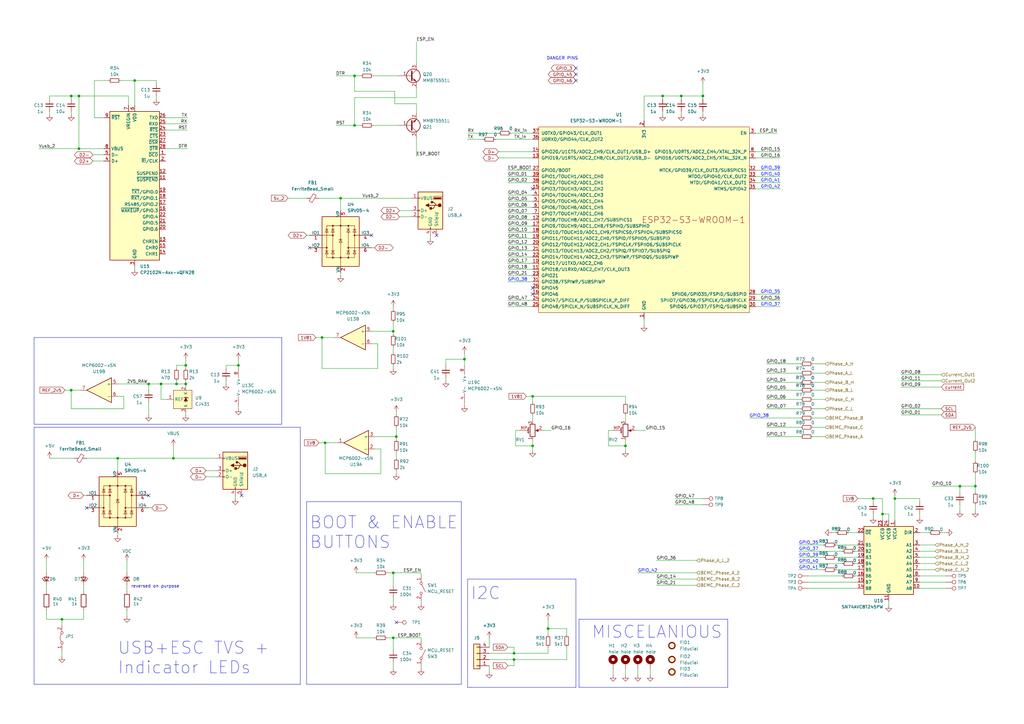
<source format=kicad_sch>
(kicad_sch (version 20231120) (generator "eeschema") (generator_version "8.0")
  (paper "A3")
  (junction (at 161.29 135.89))
  (junction (at 71.12 187.96))
  (junction (at 279.4 39.37))
  (junction (at 218.44 162.56))
  (junction (at 76.2 157.48))
  (junction (at 48.26 187.96))
  (junction (at 162.56 179.07))
  (junction (at 32.385 60.96))
  (junction (at 29.21 39.37))
  (junction (at 393.7 199.39))
  (junction (at 139.7 81.28))
  (junction (at 210.82 267.97))
  (junction (at 400.05 199.39))
  (junction (at 25.4 254))
  (junction (at 271.78 39.37))
  (junction (at 55.245 33.02))
  (junction (at 132.08 138.43))
  (junction (at 145.415 51.435))
  (junction (at 288.29 39.37))
  (junction (at 367.03 204.47))
  (junction (at 133.35 181.61))
  (junction (at 224.79 257.81))
  (junction (at 161.29 234.95))
  (junction (at 190.5 147.32))
  (junction (at 145.415 31.115))
  (junction (at 358.14 204.47))
  (junction (at 66.04 157.48))
  (junction (at 76.2 149.86))
  (junction (at 256.54 182.88))
  (junction (at 210.82 270.51))
  (junction (at 97.79 149.86))
  (junction (at 29.21 160.02))
  (junction (at 60.96 157.48))
  (junction (at 72.39 157.48))
  (junction (at 218.44 182.88))
  (junction (at 361.95 210.82))
  (junction (at 161.29 261.62))
  (junction (at 32.385 39.37))
  (no_connect (at 99.06 203.2))
  (no_connect (at 218.44 118.11))
  (no_connect (at 152.4 96.52))
  (no_connect (at 60.96 203.2))
  (no_connect (at 236.22 33.02))
  (no_connect (at 218.44 77.47))
  (no_connect (at 236.22 27.94))
  (no_connect (at 179.07 96.52))
  (no_connect (at 127 101.6))
  (no_connect (at 236.22 30.48))
  (no_connect (at 162.56 255.27))
  (no_connect (at 218.44 120.65))
  (no_connect (at 35.56 208.28))
  (wire (pts (xy 309.88 64.77) (xy 320.04 64.77)))
  (wire (pts (xy 342.9 233.68) (xy 351.79 233.68)))
  (wire (pts (xy 382.27 199.39) (xy 393.7 199.39)))
  (wire (pts (xy 204.47 64.77) (xy 218.44 64.77)))
  (wire (pts (xy 224.79 254) (xy 224.79 257.81)))
  (wire (pts (xy 333.375 171.45) (xy 338.455 171.45)))
  (wire (pts (xy 208.28 107.95) (xy 218.44 107.95)))
  (wire (pts (xy 48.26 157.48) (xy 60.96 157.48)))
  (wire (pts (xy 342.9 228.6) (xy 351.79 228.6)))
  (wire (pts (xy 84.455 195.58) (xy 88.9 195.58)))
  (wire (pts (xy 118.11 81.28) (xy 125.73 81.28)))
  (wire (pts (xy 200.66 261.62) (xy 200.66 265.43)))
  (wire (pts (xy 208.28 72.39) (xy 218.44 72.39)))
  (wire (pts (xy 52.07 242.57) (xy 52.07 240.03)))
  (wire (pts (xy 145.415 37.465) (xy 145.415 31.115)))
  (wire (pts (xy 66.04 157.48) (xy 72.39 157.48)))
  (wire (pts (xy 377.19 223.52) (xy 383.54 223.52)))
  (wire (pts (xy 161.29 135.89) (xy 161.29 132.08)))
  (wire (pts (xy 19.05 229.87) (xy 19.05 234.95)))
  (wire (pts (xy 139.7 81.28) (xy 168.91 81.28)))
  (polyline (pts (xy 191.77 237.49) (xy 191.77 281.94)))
  (wire (pts (xy 50.8 167.64) (xy 29.21 167.64)))
  (wire (pts (xy 52.705 43.18) (xy 52.705 39.37)))
  (wire (pts (xy 29.21 39.37) (xy 29.21 40.64)))
  (wire (pts (xy 25.4 254) (xy 25.4 256.54)))
  (wire (pts (xy 215.9 162.56) (xy 218.44 162.56)))
  (wire (pts (xy 208.28 80.01) (xy 218.44 80.01)))
  (wire (pts (xy 161.29 240.03) (xy 161.29 234.95)))
  (wire (pts (xy 76.835 60.96) (xy 67.945 60.96)))
  (wire (pts (xy 314.325 163.83) (xy 328.295 163.83)))
  (wire (pts (xy 271.78 39.37) (xy 279.4 39.37)))
  (wire (pts (xy 256.54 180.34) (xy 256.54 182.88)))
  (wire (pts (xy 72.39 156.21) (xy 72.39 157.48)))
  (wire (pts (xy 386.08 218.44) (xy 387.985 218.44)))
  (wire (pts (xy 172.72 262.89) (xy 172.72 261.62)))
  (wire (pts (xy 191.77 57.15) (xy 198.12 57.15)))
  (wire (pts (xy 20.32 39.37) (xy 29.21 39.37)))
  (wire (pts (xy 97.79 147.32) (xy 97.79 149.86)))
  (wire (pts (xy 96.52 204.47) (xy 96.52 203.2)))
  (wire (pts (xy 208.28 265.43) (xy 210.82 265.43)))
  (wire (pts (xy 170.815 56.515) (xy 170.815 64.135)))
  (wire (pts (xy 358.14 204.47) (xy 361.95 204.47)))
  (wire (pts (xy 170.815 42.545) (xy 161.925 42.545)))
  (wire (pts (xy 218.44 162.56) (xy 218.44 165.1)))
  (wire (pts (xy 208.28 273.05) (xy 210.82 273.05)))
  (wire (pts (xy 154.94 151.13) (xy 154.94 140.97)))
  (wire (pts (xy 19.05 240.03) (xy 19.05 242.57)))
  (wire (pts (xy 72.39 151.13) (xy 72.39 149.86)))
  (wire (pts (xy 393.7 199.39) (xy 393.7 201.93)))
  (polyline (pts (xy 189.23 205.74) (xy 189.23 280.67)))
  (wire (pts (xy 400.05 175.26) (xy 400.05 180.34)))
  (wire (pts (xy 386.08 167.64) (xy 369.57 167.64)))
  (wire (pts (xy 29.21 39.37) (xy 32.385 39.37)))
  (wire (pts (xy 279.4 45.72) (xy 279.4 46.99)))
  (wire (pts (xy 146.05 234.95) (xy 153.67 234.95)))
  (wire (pts (xy 208.28 100.33) (xy 218.44 100.33)))
  (wire (pts (xy 29.21 160.02) (xy 33.02 160.02)))
  (polyline (pts (xy 236.22 281.94) (xy 236.22 237.49)))
  (wire (pts (xy 249.555 176.53) (xy 251.46 176.53)))
  (wire (pts (xy 25.4 254) (xy 34.29 254)))
  (wire (pts (xy 34.29 203.2) (xy 35.56 203.2)))
  (polyline (pts (xy 125.73 205.74) (xy 189.23 205.74)))
  (wire (pts (xy 25.4 266.7) (xy 25.4 269.24)))
  (wire (pts (xy 66.04 163.83) (xy 66.04 157.48)))
  (wire (pts (xy 35.56 187.96) (xy 48.26 187.96)))
  (wire (pts (xy 256.54 182.88) (xy 256.54 184.785)))
  (wire (pts (xy 156.21 194.31) (xy 156.21 184.15)))
  (wire (pts (xy 190.5 147.32) (xy 190.5 149.86)))
  (wire (pts (xy 377.19 241.3) (xy 387.985 241.3)))
  (wire (pts (xy 331.47 238.76) (xy 351.79 238.76)))
  (wire (pts (xy 309.88 72.39) (xy 320.04 72.39)))
  (wire (pts (xy 48.26 193.04) (xy 48.26 187.96)))
  (wire (pts (xy 266.7 274.32) (xy 266.7 276.86)))
  (wire (pts (xy 76.2 156.21) (xy 76.2 157.48)))
  (wire (pts (xy 145.415 31.115) (xy 147.955 31.115)))
  (polyline (pts (xy 72.39 175.26) (xy 123.19 175.26)))
  (wire (pts (xy 52.07 229.87) (xy 52.07 234.95)))
  (wire (pts (xy 309.88 74.93) (xy 320.04 74.93)))
  (wire (pts (xy 162.56 193.04) (xy 162.56 194.31)))
  (polyline (pts (xy 237.49 254) (xy 298.45 254)))
  (wire (pts (xy 333.375 167.64) (xy 338.455 167.64)))
  (wire (pts (xy 76.835 53.34) (xy 67.945 53.34)))
  (wire (pts (xy 358.14 204.47) (xy 358.14 205.74)))
  (wire (pts (xy 381 218.44) (xy 377.19 218.44)))
  (wire (pts (xy 333.375 160.02) (xy 338.455 160.02)))
  (wire (pts (xy 232.41 257.81) (xy 224.79 257.81)))
  (wire (pts (xy 271.78 39.37) (xy 271.78 40.64)))
  (wire (pts (xy 161.29 142.24) (xy 161.29 144.78)))
  (wire (pts (xy 224.79 265.43) (xy 224.79 267.97)))
  (wire (pts (xy 161.29 135.89) (xy 161.29 137.16)))
  (wire (pts (xy 264.16 130.81) (xy 264.16 133.35)))
  (wire (pts (xy 400.05 194.31) (xy 400.05 199.39)))
  (wire (pts (xy 331.47 241.3) (xy 351.79 241.3)))
  (wire (pts (xy 369.57 156.21) (xy 386.08 156.21)))
  (wire (pts (xy 210.82 267.97) (xy 224.79 267.97)))
  (wire (pts (xy 218.44 170.18) (xy 218.44 172.72)))
  (wire (pts (xy 172.72 273.05) (xy 172.72 274.32)))
  (wire (pts (xy 146.05 261.62) (xy 153.67 261.62)))
  (wire (pts (xy 152.4 135.89) (xy 161.29 135.89)))
  (wire (pts (xy 314.325 167.64) (xy 328.295 167.64)))
  (wire (pts (xy 182.88 147.32) (xy 190.5 147.32)))
  (wire (pts (xy 145.415 40.005) (xy 145.415 51.435)))
  (wire (pts (xy 333.375 153.035) (xy 338.455 153.035)))
  (wire (pts (xy 358.14 210.82) (xy 358.14 212.09)))
  (wire (pts (xy 172.72 234.95) (xy 172.72 236.22)))
  (wire (pts (xy 327.66 231.14) (xy 345.44 231.14)))
  (wire (pts (xy 208.28 113.03) (xy 218.44 113.03)))
  (wire (pts (xy 288.29 45.72) (xy 288.29 46.99)))
  (polyline (pts (xy 237.49 281.94) (xy 298.45 281.94)))
  (wire (pts (xy 333.375 179.07) (xy 338.455 179.07)))
  (wire (pts (xy 133.35 194.31) (xy 156.21 194.31)))
  (wire (pts (xy 249.555 176.53) (xy 249.555 182.88)))
  (wire (pts (xy 351.79 204.47) (xy 358.14 204.47)))
  (wire (pts (xy 38.735 48.26) (xy 38.735 33.02)))
  (wire (pts (xy 176.53 97.79) (xy 176.53 96.52)))
  (wire (pts (xy 350.52 236.22) (xy 351.79 236.22)))
  (wire (pts (xy 132.08 151.13) (xy 154.94 151.13)))
  (wire (pts (xy 208.28 97.79) (xy 218.44 97.79)))
  (wire (pts (xy 361.95 204.47) (xy 361.95 210.82)))
  (wire (pts (xy 20.32 39.37) (xy 20.32 40.64)))
  (wire (pts (xy 76.2 147.32) (xy 76.2 149.86)))
  (polyline (pts (xy 236.22 237.49) (xy 191.77 237.49)))
  (wire (pts (xy 264.16 49.53) (xy 264.16 39.37)))
  (wire (pts (xy 393.7 199.39) (xy 400.05 199.39)))
  (polyline (pts (xy 298.45 281.94) (xy 298.45 254)))
  (polyline (pts (xy 13.97 280.67) (xy 13.97 175.26)))
  (wire (pts (xy 190.5 144.78) (xy 190.5 147.32)))
  (wire (pts (xy 92.71 149.86) (xy 97.79 149.86)))
  (wire (pts (xy 55.245 110.49) (xy 55.245 109.22)))
  (wire (pts (xy 60.96 165.1) (xy 60.96 170.18)))
  (wire (pts (xy 276.86 204.47) (xy 288.29 204.47)))
  (wire (pts (xy 269.24 240.03) (xy 285.75 240.03)))
  (wire (pts (xy 208.28 102.87) (xy 218.44 102.87)))
  (polyline (pts (xy 13.97 175.26) (xy 72.39 175.26)))
  (wire (pts (xy 369.57 158.75) (xy 386.08 158.75)))
  (wire (pts (xy 49.53 33.02) (xy 55.245 33.02)))
  (wire (pts (xy 279.4 39.37) (xy 288.29 39.37)))
  (wire (pts (xy 251.46 274.32) (xy 251.46 276.86)))
  (wire (pts (xy 200.66 270.51) (xy 210.82 270.51)))
  (wire (pts (xy 232.41 270.51) (xy 232.41 265.43)))
  (wire (pts (xy 208.28 82.55) (xy 218.44 82.55)))
  (wire (pts (xy 170.815 40.005) (xy 145.415 40.005)))
  (wire (pts (xy 200.66 275.59) (xy 200.66 273.05)))
  (wire (pts (xy 60.96 157.48) (xy 60.96 160.02)))
  (wire (pts (xy 377.19 233.68) (xy 383.54 233.68)))
  (wire (pts (xy 190.5 165.1) (xy 190.5 166.37)))
  (wire (pts (xy 261.62 234.95) (xy 285.75 234.95)))
  (wire (pts (xy 342.9 223.52) (xy 351.79 223.52)))
  (wire (pts (xy 327.66 223.52) (xy 337.82 223.52)))
  (wire (pts (xy 139.7 86.36) (xy 139.7 81.28)))
  (wire (pts (xy 208.28 87.63) (xy 218.44 87.63)))
  (wire (pts (xy 211.455 176.53) (xy 211.455 182.88)))
  (wire (pts (xy 327.66 226.06) (xy 345.44 226.06)))
  (wire (pts (xy 97.79 166.37) (xy 97.79 167.64)))
  (wire (pts (xy 137.795 31.115) (xy 145.415 31.115)))
  (wire (pts (xy 125.73 96.52) (xy 127 96.52)))
  (polyline (pts (xy 123.19 175.26) (xy 123.19 280.67)))
  (wire (pts (xy 218.44 54.61) (xy 209.55 54.61)))
  (wire (pts (xy 208.28 69.85) (xy 218.44 69.85)))
  (wire (pts (xy 60.96 157.48) (xy 66.04 157.48)))
  (wire (pts (xy 26.67 160.02) (xy 29.21 160.02)))
  (wire (pts (xy 224.79 257.81) (xy 224.79 260.35)))
  (wire (pts (xy 67.945 50.8) (xy 76.835 50.8)))
  (wire (pts (xy 369.57 153.67) (xy 386.08 153.67)))
  (wire (pts (xy 361.95 210.82) (xy 361.95 213.36)))
  (wire (pts (xy 52.705 39.37) (xy 32.385 39.37)))
  (wire (pts (xy 71.12 182.88) (xy 71.12 187.96)))
  (wire (pts (xy 367.03 204.47) (xy 367.03 213.36)))
  (wire (pts (xy 276.86 207.01) (xy 288.29 207.01)))
  (wire (pts (xy 261.62 274.32) (xy 261.62 276.86)))
  (wire (pts (xy 307.34 171.45) (xy 328.295 171.45)))
  (wire (pts (xy 71.12 187.96) (xy 88.9 187.96)))
  (wire (pts (xy 162.56 185.42) (xy 162.56 187.96)))
  (wire (pts (xy 377.19 205.74) (xy 377.19 204.47)))
  (wire (pts (xy 130.81 181.61) (xy 133.35 181.61)))
  (wire (pts (xy 170.815 42.545) (xy 170.815 46.355)))
  (wire (pts (xy 377.19 226.06) (xy 383.54 226.06)))
  (wire (pts (xy 161.29 266.7) (xy 161.29 261.62)))
  (wire (pts (xy 309.88 77.47) (xy 320.04 77.47)))
  (wire (pts (xy 347.98 218.44) (xy 351.79 218.44)))
  (wire (pts (xy 20.32 187.96) (xy 30.48 187.96)))
  (wire (pts (xy 314.325 179.07) (xy 328.295 179.07)))
  (polyline (pts (xy 193.04 281.94) (xy 236.22 281.94)))
  (wire (pts (xy 393.7 207.01) (xy 393.7 209.55)))
  (wire (pts (xy 333.375 163.83) (xy 338.455 163.83)))
  (wire (pts (xy 170.815 17.145) (xy 170.815 26.035)))
  (wire (pts (xy 153.67 101.6) (xy 152.4 101.6)))
  (wire (pts (xy 232.41 260.35) (xy 232.41 257.81)))
  (wire (pts (xy 208.28 123.19) (xy 218.44 123.19)))
  (wire (pts (xy 314.325 175.26) (xy 328.295 175.26)))
  (wire (pts (xy 158.75 234.95) (xy 161.29 234.95)))
  (wire (pts (xy 314.325 160.02) (xy 328.295 160.02)))
  (wire (pts (xy 208.28 105.41) (xy 218.44 105.41)))
  (wire (pts (xy 55.245 33.02) (xy 55.245 43.18)))
  (wire (pts (xy 68.58 163.83) (xy 66.04 163.83)))
  (wire (pts (xy 386.08 170.18) (xy 369.57 170.18)))
  (wire (pts (xy 72.39 149.86) (xy 76.2 149.86)))
  (wire (pts (xy 48.26 187.96) (xy 71.12 187.96)))
  (wire (pts (xy 138.43 181.61) (xy 133.35 181.61)))
  (wire (pts (xy 309.88 62.23) (xy 320.04 62.23)))
  (wire (pts (xy 377.19 210.82) (xy 377.19 212.09)))
  (wire (pts (xy 19.05 254) (xy 25.4 254)))
  (wire (pts (xy 271.78 45.72) (xy 271.78 46.99)))
  (wire (pts (xy 162.56 168.91) (xy 162.56 170.18)))
  (wire (pts (xy 203.2 57.15) (xy 218.44 57.15)))
  (wire (pts (xy 182.88 154.94) (xy 182.88 156.21)))
  (wire (pts (xy 161.925 37.465) (xy 145.415 37.465)))
  (wire (pts (xy 333.375 175.26) (xy 338.455 175.26)))
  (wire (pts (xy 48.26 219.71) (xy 48.26 218.44)))
  (wire (pts (xy 38.735 33.02) (xy 44.45 33.02)))
  (wire (pts (xy 314.325 149.225) (xy 328.295 149.225)))
  (wire (pts (xy 400.05 199.39) (xy 400.05 201.93)))
  (wire (pts (xy 133.35 181.61) (xy 133.35 194.31)))
  (wire (pts (xy 130.81 81.28) (xy 139.7 81.28)))
  (wire (pts (xy 161.29 271.78) (xy 161.29 274.32)))
  (wire (pts (xy 38.1 66.04) (xy 42.545 66.04)))
  (wire (pts (xy 76.2 149.86) (xy 76.2 151.13)))
  (wire (pts (xy 256.54 274.32) (xy 256.54 276.86)))
  (wire (pts (xy 48.26 162.56) (xy 50.8 162.56)))
  (wire (pts (xy 249.555 182.88) (xy 256.54 182.88)))
  (wire (pts (xy 327.66 228.6) (xy 337.82 228.6)))
  (wire (pts (xy 364.49 246.38) (xy 364.49 248.285)))
  (wire (pts (xy 137.795 51.435) (xy 145.415 51.435)))
  (wire (pts (xy 154.94 140.97) (xy 152.4 140.97)))
  (wire (pts (xy 163.83 86.36) (xy 168.91 86.36)))
  (polyline (pts (xy 191.77 281.94) (xy 193.04 281.94)))
  (wire (pts (xy 92.71 149.86) (xy 92.71 151.13)))
  (wire (pts (xy 76.2 168.91) (xy 76.2 170.18)))
  (wire (pts (xy 161.29 261.62) (xy 158.75 261.62)))
  (wire (pts (xy 208.28 95.25) (xy 218.44 95.25)))
  (wire (pts (xy 204.47 62.23) (xy 218.44 62.23)))
  (wire (pts (xy 331.47 236.22) (xy 345.44 236.22)))
  (wire (pts (xy 163.83 88.9) (xy 168.91 88.9)))
  (wire (pts (xy 50.8 162.56) (xy 50.8 167.64)))
  (wire (pts (xy 350.52 231.14) (xy 351.79 231.14)))
  (wire (pts (xy 400.05 207.01) (xy 400.05 209.55)))
  (wire (pts (xy 218.44 162.56) (xy 256.54 162.56)))
  (wire (pts (xy 52.07 252.73) (xy 52.07 250.19)))
  (wire (pts (xy 20.32 45.72) (xy 20.32 46.99)))
  (wire (pts (xy 161.29 125.73) (xy 161.29 127)))
  (wire (pts (xy 327.66 233.68) (xy 337.82 233.68)))
  (wire (pts (xy 210.82 265.43) (xy 210.82 267.97)))
  (polyline (pts (xy 189.23 280.67) (xy 125.73 280.67)))
  (wire (pts (xy 84.455 193.04) (xy 88.9 193.04)))
  (wire (pts (xy 64.135 33.02) (xy 64.135 34.29)))
  (wire (pts (xy 210.82 270.51) (xy 232.41 270.51)))
  (wire (pts (xy 153.035 51.435) (xy 163.195 51.435)))
  (wire (pts (xy 350.52 226.06) (xy 351.79 226.06)))
  (wire (pts (xy 256.54 162.56) (xy 256.54 165.1)))
  (wire (pts (xy 309.88 69.85) (xy 320.04 69.85)))
  (wire (pts (xy 153.67 179.07) (xy 162.56 179.07)))
  (wire (pts (xy 208.28 74.93) (xy 218.44 74.93)))
  (wire (pts (xy 162.56 179.07) (xy 162.56 175.26)))
  (wire (pts (xy 32.385 39.37) (xy 32.385 60.96)))
  (polyline (pts (xy 125.73 280.67) (xy 125.73 205.74)))
  (wire (pts (xy 153.035 31.115) (xy 163.195 31.115)))
  (wire (pts (xy 161.29 149.86) (xy 161.29 151.13)))
  (wire (pts (xy 19.05 250.19) (xy 19.05 254)))
  (wire (pts (xy 318.77 54.61) (xy 309.88 54.61)))
  (wire (pts (xy 161.29 261.62) (xy 172.72 261.62)))
  (wire (pts (xy 342.9 218.44) (xy 340.995 218.44)))
  (wire (pts (xy 208.28 115.57) (xy 218.44 115.57)))
  (wire (pts (xy 170.815 36.195) (xy 170.815 40.005)))
  (wire (pts (xy 97.79 149.86) (xy 97.79 151.13)))
  (wire (pts (xy 377.19 228.6) (xy 383.54 228.6)))
  (wire (pts (xy 62.23 208.28) (xy 60.96 208.28)))
  (wire (pts (xy 309.88 125.73) (xy 320.04 125.73)))
  (wire (pts (xy 34.29 254) (xy 34.29 250.19)))
  (wire (pts (xy 137.16 138.43) (xy 132.08 138.43)))
  (wire (pts (xy 67.945 48.26) (xy 76.835 48.26)))
  (wire (pts (xy 29.21 167.64) (xy 29.21 160.02)))
  (wire (pts (xy 129.54 138.43) (xy 132.08 138.43)))
  (wire (pts (xy 208.28 125.73) (xy 218.44 125.73)))
  (wire (pts (xy 309.88 123.19) (xy 320.04 123.19)))
  (wire (pts (xy 288.29 34.29) (xy 288.29 39.37)))
  (wire (pts (xy 314.325 153.035) (xy 328.295 153.035)))
  (polyline (pts (xy 123.19 280.67) (xy 13.97 280.67)))
  (wire (pts (xy 377.19 231.14) (xy 383.54 231.14)))
  (wire (pts (xy 34.29 240.03) (xy 34.29 242.57)))
  (wire (pts (xy 210.82 273.05) (xy 210.82 270.51)))
  (wire (pts (xy 139.7 113.03) (xy 139.7 111.76)))
  (wire (pts (xy 161.29 234.95) (xy 172.72 234.95)))
  (wire (pts (xy 64.135 39.37) (xy 64.135 40.64)))
  (wire (pts (xy 309.88 120.65) (xy 320.04 120.65)))
  (wire (pts (xy 271.78 39.37) (xy 264.16 39.37)))
  (wire (pts (xy 367.03 204.47) (xy 377.19 204.47)))
  (wire (pts (xy 208.28 110.49) (xy 218.44 110.49)))
  (wire (pts (xy 364.49 210.82) (xy 361.95 210.82)))
  (wire (pts (xy 29.21 45.72) (xy 29.21 46.99)))
  (wire (pts (xy 256.54 170.18) (xy 256.54 172.72)))
  (wire (pts (xy 161.29 245.11) (xy 161.29 247.65)))
  (wire (pts (xy 208.28 92.71) (xy 218.44 92.71)))
  (wire (pts (xy 288.29 39.37) (xy 288.29 40.64)))
  (wire (pts (xy 269.24 229.87) (xy 285.75 229.87)))
  (wire (pts (xy 314.325 156.845) (xy 328.295 156.845)))
  (wire (pts (xy 377.19 236.22) (xy 387.985 236.22)))
  (wire (pts (xy 364.49 210.82) (xy 364.49 213.36)))
  (wire (pts (xy 145.415 51.435) (xy 147.955 51.435)))
  (wire (pts (xy 400.05 185.42) (xy 400.05 189.23)))
  (polyline (pts (xy 237.49 254) (xy 237.49 281.94)))
  (wire (pts (xy 55.245 33.02) (xy 64.135 33.02)))
  (wire (pts (xy 279.4 39.37) (xy 279.4 40.64)))
  (wire (pts (xy 269.24 237.49) (xy 285.75 237.49)))
  (wire (pts (xy 15.875 60.96) (xy 32.385 60.96)))
  (wire (pts (xy 204.47 54.61) (xy 191.77 54.61)))
  (wire (pts (xy 211.455 176.53) (xy 213.36 176.53)))
  (wire (pts (xy 42.545 48.26) (xy 38.735 48.26)))
  (wire (pts (xy 218.44 180.34) (xy 218.44 182.88)))
  (wire (pts (xy 218.44 182.88) (xy 218.44 184.785)))
  (wire (pts (xy 222.25 176.53) (xy 226.06 176.53)))
  (wire (pts (xy 260.35 176.53) (xy 264.795 176.53)))
  (wire (pts (xy 32.385 60.96) (xy 42.545 60.96)))
  (wire (pts (xy 182.88 149.86) (xy 182.88 147.32)))
  (wire (pts (xy 333.375 149.225) (xy 338.455 149.225)))
  (wire (pts (xy 72.39 157.48) (xy 76.2 157.48)))
  (wire (pts (xy 367.03 203.2) (xy 367.03 204.47)))
  (wire (pts (xy 161.925 42.545) (xy 161.925 37.465)))
  (wire (pts (xy 377.19 238.76) (xy 387.985 238.76)))
  (wire (pts (xy 211.455 182.88) (xy 218.44 182.88)))
  (wire (pts (xy 200.66 267.97) (xy 210.82 267.97)))
  (wire (pts (xy 156.21 184.15) (xy 153.67 184.15)))
  (wire (pts (xy 172.72 246.38) (xy 172.72 247.65)))
  (wire (pts (xy 208.28 85.09) (xy 218.44 85.09)))
  (wire (pts (xy 38.1 63.5) (xy 42.545 63.5)))
  (wire (pts (xy 132.08 138.43) (xy 132.08 151.13)))
  (wire (pts (xy 76.2 157.48) (xy 76.2 158.75)))
  (wire (pts (xy 92.71 156.21) (xy 92.71 157.48)))
  (wire (pts (xy 34.29 229.87) (xy 34.29 234.95)))
  (wire (pts (xy 333.375 156.845) (xy 338.455 156.845)))
  (wire (pts (xy 208.28 90.17) (xy 218.44 90.17)))
  (wire (pts (xy 162.56 179.07) (xy 162.56 180.34)))
  (rectangle (start 13.97 138.43) (end 115.57 173.99))
  (text "MISCELANIOUS" (at 242.57 262.255 0) (effects (font (size 5 5)) (justify left bottom)))
  (text "BOOT & ENABLE\nBUTTONS" (at 127 225.425 0) (effects (font (size 5 5)) (justify left bottom)))
  (text "I2C" (at 193.04 246.38 0) (effects (font (size 5 5)) (justify left bottom)))
  (text "reversed on purpose" (at 73.66 241.3 0) (effects (font (size 1.27 1.27)) (justify right bottom)))
  (text "USB+ESC TVS + \nIndicator LEDs" (at 48.26 276.86 0) (effects (font (size 5 5)) (justify left bottom)))
  (text "DANGER PINS\n" (at 224.155 24.765 0) (effects (font (size 1.27 1.27)) (justify left bottom)))
  (label "GPIO_42" (at 320.04 77.47 180))
  (label "RST" (at 137.795 51.435 0))
  (label "GPIO_08" (at 208.28 90.17 0))
  (label "GPIO_01" (at 369.57 170.18 0))
  (label "GPIO_40" (at 320.04 72.39 180))
  (label "GPIO_08" (at 369.57 153.67 0))
  (label "GPIO_41" (at 327.66 233.68 0))
  (label "GPIO_10" (at 208.28 95.25 0))
  (label "GPIO_36" (at 320.04 123.19 180))
  (label "Vusb_2" (at 148.59 81.28 0))
  (label "RST" (at 76.835 53.34 180))
  (label "GPIO_38" (at 208.28 115.57 0))
  (label "GPIO_18" (at 208.28 110.49 0))
  (label "GPIO_05" (at 208.28 82.55 0))
  (label "GPIO_41" (at 320.04 74.93 180))
  (label "RX" (at 191.77 54.61 0))
  (label "GPIO_09" (at 369.57 158.75 0))
  (label "GPIO_12" (at 314.325 175.26 0))
  (label "GPIO_35" (at 327.66 223.52 0))
  (label "GPIO_14" (at 208.28 105.41 0))
  (label "GPIO_15" (at 320.04 62.23 180))
  (label "GPIO_12" (at 208.28 100.33 0))
  (label "ESP_BOOT" (at 208.28 69.85 0))
  (label "GPIO_35" (at 320.04 120.65 180))
  (label "GPIO_04" (at 314.325 156.845 0))
  (label "ESP_EN" (at 172.72 234.95 180))
  (label "GPIO_21" (at 208.28 113.03 0))
  (label "GPIO_48" (at 208.28 125.73 0))
  (label "GPIO_17" (at 314.325 179.07 0))
  (label "GPIO_02" (at 369.57 167.64 0))
  (label "TX_in" (at 210.82 57.15 0))
  (label "GPIO_16" (at 226.06 176.53 0))
  (label "GPIO_07" (at 208.28 87.63 0))
  (label "GPIO_11" (at 208.28 97.79 0))
  (label "GPIO_17" (at 208.28 107.95 0))
  (label "GPIO_06" (at 314.325 163.83 0))
  (label "ESP_EN" (at 318.77 54.61 180))
  (label "GPIO_11" (at 369.57 156.21 0))
  (label "ESP_EN" (at 170.815 17.145 0))
  (label "GPIO_37" (at 327.66 226.06 0))
  (label "TX" (at 76.835 48.26 180))
  (label "DTR" (at 137.795 31.115 0))
  (label "GPIO_15" (at 264.795 176.53 0))
  (label "GPIO_05" (at 314.325 160.02 0))
  (label "GPIO_38" (at 307.34 171.45 0))
  (label "GPIO_10" (at 382.27 199.39 0))
  (label "ESP_BOOT" (at 170.815 64.135 0))
  (label "GPIO_48" (at 276.86 207.01 0))
  (label "RX_in" (at 210.82 54.61 0))
  (label "2V5_RAW" (at 52.07 157.48 0))
  (label "GPIO_37" (at 320.04 125.73 180))
  (label "GPIO_09" (at 208.28 92.71 0))
  (label "GPIO_04" (at 208.28 80.01 0))
  (label "GPIO_06" (at 208.28 85.09 0))
  (label "GPIO_47" (at 208.28 123.19 0))
  (label "GPIO_39" (at 327.66 228.6 0))
  (label "GPIO_14" (at 269.24 237.49 0))
  (label "GPIO_21" (at 269.24 240.03 0))
  (label "RX" (at 76.835 50.8 180))
  (label "GPIO_02" (at 208.28 74.93 0))
  (label "GPIO_01" (at 208.28 72.39 0))
  (label "GPIO_13" (at 208.28 102.87 0))
  (label "GPIO_07" (at 314.325 167.64 0))
  (label "TX" (at 191.77 57.15 0))
  (label "Vusb_2" (at 15.875 60.96 0))
  (label "GPIO_39" (at 320.04 69.85 180))
  (label "GPIO_18" (at 314.325 149.225 0))
  (label "GPIO_36" (at 269.24 229.87 0))
  (label "GPIO_47" (at 276.86 204.47 0))
  (label "GPIO_16" (at 320.04 64.77 180))
  (label "ESP_BOOT" (at 172.72 261.62 180))
  (label "GPIO_42" (at 261.62 234.95 0))
  (label "GPIO_13" (at 314.325 153.035 0))
  (label "GPIO_40" (at 327.66 231.14 0))
  (label "DTR" (at 76.835 60.96 180))
  (global_label "SDA" (shape input) (at 208.28 265.43 180) (property "Intersheetrefs" "${INTERSHEET_REFS}" (effects (hide yes))))
  (global_label "GPIO_3" (shape bidirectional) (at 236.22 27.94 180) (property "Intersheetrefs" "${INTERSHEET_REFS}" (effects (hide yes))))
  (global_label "D2+" (shape bidirectional) (at 38.1 66.04 180) (property "Intersheetrefs" "${INTERSHEET_REFS}" (effects (hide yes))))
  (global_label "SCL" (shape input) (at 208.28 273.05 180) (property "Intersheetrefs" "${INTERSHEET_REFS}" (effects (hide yes))))
  (global_label "D-" (shape bidirectional) (at 204.47 64.77 180) (property "Intersheetrefs" "${INTERSHEET_REFS}" (effects (hide yes))))
  (global_label "D2-" (shape bidirectional) (at 38.1 63.5 180) (property "Intersheetrefs" "${INTERSHEET_REFS}" (effects (hide yes))))
  (global_label "1V8" (shape input) (at 351.79 204.47 180) (property "Intersheetrefs" "${INTERSHEET_REFS}" (effects (hide yes))))
  (global_label "1V8" (shape input) (at 130.81 181.61 180) (property "Intersheetrefs" "${INTERSHEET_REFS}" (effects (hide yes))))
  (global_label "D+" (shape bidirectional) (at 34.29 203.2 180) (property "Intersheetrefs" "${INTERSHEET_REFS}" (effects (hide yes))))
  (global_label "D+" (shape bidirectional) (at 204.47 62.23 180) (property "Intersheetrefs" "${INTERSHEET_REFS}" (effects (hide yes))))
  (global_label "REF_2v5" (shape input) (at 400.05 175.26 180) (property "Intersheetrefs" "${INTERSHEET_REFS}" (effects (hide yes))))
  (global_label "D+" (shape bidirectional) (at 84.455 193.04 180) (property "Intersheetrefs" "${INTERSHEET_REFS}" (effects (hide yes))))
  (global_label "SCL" (shape input) (at 386.08 167.64 0) (property "Intersheetrefs" "${INTERSHEET_REFS}" (effects (hide yes))))
  (global_label "current" (shape input) (at 386.08 158.75 0) (property "Intersheetrefs" "${INTERSHEET_REFS}" (effects (hide yes))))
  (global_label "5v_2" (shape input) (at 118.11 81.28 180) (property "Intersheetrefs" "${INTERSHEET_REFS}" (effects (hide yes))))
  (global_label "D-" (shape bidirectional) (at 84.455 195.58 180) (property "Intersheetrefs" "${INTERSHEET_REFS}" (effects (hide yes))))
  (global_label "1V81" (shape input) (at 129.54 138.43 180) (property "Intersheetrefs" "${INTERSHEET_REFS}" (effects (hide yes))))
  (global_label "D2-" (shape bidirectional) (at 153.67 101.6 0) (property "Intersheetrefs" "${INTERSHEET_REFS}" (effects (hide yes))))
  (global_label "GPIO_45" (shape bidirectional) (at 236.22 30.48 180) (property "Intersheetrefs" "${INTERSHEET_REFS}" (effects (hide yes))))
  (global_label "GPIO_46" (shape bidirectional) (at 236.22 33.02 180) (property "Intersheetrefs" "${INTERSHEET_REFS}" (effects (hide yes))))
  (global_label "REF_2v5" (shape input) (at 26.67 160.02 180) (property "Intersheetrefs" "${INTERSHEET_REFS}" (effects (hide yes))))
  (global_label "D-" (shape bidirectional) (at 62.23 208.28 0) (property "Intersheetrefs" "${INTERSHEET_REFS}" (effects (hide yes))))
  (global_label "D2+" (shape bidirectional) (at 163.83 86.36 180) (property "Intersheetrefs" "${INTERSHEET_REFS}" (effects (hide yes))))
  (global_label "SDA" (shape input) (at 386.08 170.18 0) (property "Intersheetrefs" "${INTERSHEET_REFS}" (effects (hide yes))))
  (global_label "D2+" (shape bidirectional) (at 125.73 96.52 180) (property "Intersheetrefs" "${INTERSHEET_REFS}" (effects (hide yes))))
  (global_label "D2-" (shape bidirectional) (at 163.83 88.9 180) (property "Intersheetrefs" "${INTERSHEET_REFS}" (effects (hide yes))))
  (global_label "1V81" (shape input) (at 215.9 162.56 180) (property "Intersheetrefs" "${INTERSHEET_REFS}" (effects (hide yes))))
  (hierarchical_label "Phase_A_H_2" (shape input) (at 383.54 223.52 0))
  (hierarchical_label "Phase_B_H_2" (shape input) (at 383.54 228.6 0))
  (hierarchical_label "Phase_B_L" (shape input) (at 338.455 160.02 0))
  (hierarchical_label "Phase_A_L_2" (shape input) (at 285.75 229.87 0))
  (hierarchical_label "BEMC_Phase_A_2" (shape input) (at 285.75 234.95 0))
  (hierarchical_label "Phase_A_L" (shape input) (at 338.455 153.035 0))
  (hierarchical_label "BEMC_Phase_C" (shape input) (at 338.455 175.26 0))
  (hierarchical_label "Phase_C_L" (shape input) (at 338.455 167.64 0))
  (hierarchical_label "Phase_A_H" (shape input) (at 338.455 149.225 0))
  (hierarchical_label "BEMC_Phase_A" (shape input) (at 338.455 179.07 0))
  (hierarchical_label "Phase_B_L_2" (shape input) (at 383.54 226.06 0))
  (hierarchical_label "Phase_C_H" (shape input) (at 338.455 163.83 0))
  (hierarchical_label "BEMC_Phase_B" (shape input) (at 338.455 171.45 0))
  (hierarchical_label "BEMC_Phase_B_2" (shape input) (at 285.75 237.49 0))
  (hierarchical_label "Phase_C_H_2" (shape input) (at 383.54 233.68 0))
  (hierarchical_label "Current_Out1" (shape input) (at 386.08 153.67 0))
  (hierarchical_label "Phase_C_L_2" (shape input) (at 383.54 231.14 0))
  (hierarchical_label "Phase_B_H" (shape input) (at 338.455 156.845 0))
  (hierarchical_label "Current_Out2" (shape input) (at 386.08 156.21 0))
  (hierarchical_label "BEMC_Phase_C_2" (shape input) (at 285.75 240.03 0))
  (symbol (lib_id "power:GND") (at 20.32 46.99 0) (unit 1)
    (property "Reference" "#PWR016" (effects (hide yes)))
    (property "Value" "GND" (effects (hide yes)))
    (instances (project "Ethernet_switch_4out" (path "" (reference "#PWR016") (unit 1))) (project "cross_band_handy_walkie_talkie_ES8388" (path "" (reference "#PWR018") (unit 1))) (project "ESP32_dual_ESC" (path "" (reference "#PWR023") (unit 1))))
  )
  (symbol (lib_id "Device:R_Small") (at 156.21 261.62 270) (unit 1)
    (property "Reference" "R39" (at 156.21 256.54 90))
    (property "Value" "10k" (at 156.21 259.08 90))
    (property "Footprint" "Resistor_SMD:R_0603_1608Metric" (effects (hide yes)))
    (property "LCSC" "C25804" (effects (hide yes)))
    (instances (project "Ethernet_switch_4out" (path "" (reference "R39") (unit 1))) (project "cross_band_handy_walkie_talkie_ES8388" (path "" (reference "R6") (unit 1))) (project "ESP32_dual_ESC" (path "" (reference "R38") (unit 1))))
  )
  (symbol (lib_id "power:GND") (at 377.19 212.09 0) (unit 1)
    (property "Reference" "#PWR0127" (effects (hide yes)))
    (property "Value" "GND" (effects (hide yes)))
  )
  (symbol (lib_id "power:+5V") (at 20.32 187.96 0) (unit 1)
    (property "Reference" "#PWR048" (effects (hide yes)))
    (property "Value" "+5V" (at 20.32 182.88 0))
    (instances (project "Ethernet_switch_4out" (path "" (reference "#PWR048") (unit 1))) (project "cross_band_handy_walkie_talkie_ES8388" (path "" (reference "#PWR034") (unit 1))) (project "ESP32_dual_ESC" (path "" (reference "#PWR030") (unit 1))))
  )
  (symbol (lib_id "power:GND") (at 25.4 269.24 0) (unit 1)
    (property "Reference" "#PWR080" (effects (hide yes)))
    (property "Value" "GND" (effects (hide yes)))
    (instances (project "Ethernet_switch_4out" (path "" (reference "#PWR080") (unit 1))) (project "cross_band_handy_walkie_talkie_ES8388" (path "" (reference "#PWR09") (unit 1))) (project "ESP32_dual_ESC" (path "" (reference "#PWR039") (unit 1))))
  )
  (symbol (lib_id "power:+3V3") (at 161.29 125.73 0) (unit 1)
    (property "Reference" "#PWR0129" (effects (hide yes)))
    (property "Value" "+3V3" (at 161.29 120.65 0))
  )
  (symbol (lib_id "Device:R_Small") (at 162.56 172.72 0) (mirror x) (unit 1)
    (property "Reference" "R72" (at 165.608 171.958 0))
    (property "Value" "10k" (at 165.608 174.498 0))
    (property "Footprint" "Resistor_SMD:R_0603_1608Metric" (effects (hide yes)))
    (property "LCSC" "C25804" (effects (hide yes)))
  )
  (symbol (lib_id "Device:LED_Small") (at 34.29 237.49 270) (mirror x) (unit 1)
    (property "Reference" "D7" (at 31.75 237.49 90))
    (property "Value" "green" (effects (hide yes)))
    (property "Footprint" "LED_SMD:LED_0805_2012Metric" (effects (hide yes)))
    (property "LCSC" "C2297" (effects (hide yes)))
    (instances (project "Ethernet_switch_4out" (path "" (reference "D7") (unit 1))) (project "cross_band_handy_walkie_talkie_ES8388" (path "" (reference "D1") (unit 1))) (project "ESP32_dual_ESC" (path "" (reference "D5") (unit 1))))
  )
  (symbol (lib_id "power:GND") (at 161.29 274.32 0) (unit 1)
    (property "Reference" "#PWR075" (effects (hide yes)))
    (property "Value" "GND" (effects (hide yes)))
    (instances (project "Ethernet_switch_4out" (path "" (reference "#PWR075") (unit 1))) (project "cross_band_handy_walkie_talkie_ES8388" (path "" (reference "#PWR012") (unit 1))) (project "ESP32_dual_ESC" (path "" (reference "#PWR069") (unit 1))))
  )
  (symbol (lib_id "Device:C_Small") (at 60.96 162.56 180) (unit 1)
    (property "Reference" "C57" (at 58.42 162.56 0) (effects (justify left)))
    (property "Value" "1u" (at 58.42 165.1 0) (effects (justify left)))
    (property "Footprint" "Capacitor_SMD:C_0402_1005Metric" (effects (hide yes)))
    (property "LCSC" "C52923" (effects (hide yes)))
    (instances (project "Ethernet_switch_4out" (path "" (reference "C57") (unit 1))) (project "cross_band_handy_walkie_talkie_ES8388" (path "" (reference "C5") (unit 1))) (project "ESP32_dual_ESC" (path "" (reference "C13") (unit 1))))
  )
  (symbol (lib_id "Device:R_Small") (at 330.835 160.02 270) (mirror x) (unit 1)
    (property "Reference" "R76" (at 328.295 158.115 90))
    (property "Value" "0" (at 333.375 158.115 90))
    (property "Footprint" "Resistor_SMD:R_0402_1005Metric_Pad0.72x0.64mm_HandSolder" (effects (hide yes)))
    (property "LCSC" "C17168" (effects (hide yes)))
    (instances (project "ESP32_dual_ESC" (path "" (reference "R76") (unit 1))) (project "RP2040_ESP32_dual_ESC" (path "" (reference "R41") (unit 1)) (path "" (reference "R16") (unit 1))))
  )
  (symbol (lib_id "Connector:TestPoint") (at 331.47 238.76 90) (unit 1)
    (property "Reference" "TP3" (at 324.866 238.76 90))
    (property "Value" "TestPoint" (effects (hide yes)))
    (property "Footprint" "TestPoint:TestPoint_Pad_1.0x1.0mm" (effects (hide yes)))
    (property "Description" "test point" (effects (hide yes)))
  )
  (symbol (lib_id "Power_Protection:SRV05-4") (at 48.26 205.74 0) (unit 1)
    (property "Reference" "U4" (at 51.0287 190.5 0) (effects (justify left)))
    (property "Value" "SRV05-4" (at 51.0287 193.04 0) (effects (justify left)))
    (property "Footprint" "Package_TO_SOT_SMD:SOT-23-6" (effects (hide yes)))
    (property "Datasheet" "http://www.onsemi.com/pub/Collateral/SRV05-4-D.PDF" (effects (hide yes)))
    (property "LCSC" "C85364" (effects (hide yes)))
    (instances (project "Ethernet_switch_4out" (path "" (reference "U4") (unit 1))) (project "cross_band_handy_walkie_talkie_ES8388" (path "" (reference "U1") (unit 1))) (project "ESP32_dual_ESC" (path "" (reference "U7") (unit 1))))
  )
  (symbol (lib_id "power:GND") (at 358.14 212.09 0) (unit 1)
    (property "Reference" "#PWR0128" (effects (hide yes)))
    (property "Value" "GND" (effects (hide yes)))
  )
  (symbol (lib_id "Device:R_Small") (at 330.835 167.64 270) (mirror x) (unit 1)
    (property "Reference" "R78" (at 328.295 165.735 90))
    (property "Value" "0" (at 333.375 165.735 90))
    (property "Footprint" "Resistor_SMD:R_0402_1005Metric_Pad0.72x0.64mm_HandSolder" (effects (hide yes)))
    (property "LCSC" "C17168" (effects (hide yes)))
    (instances (project "ESP32_dual_ESC" (path "" (reference "R78") (unit 1))) (project "RP2040_ESP32_dual_ESC" (path "" (reference "R41") (unit 1)) (path "" (reference "R16") (unit 1))))
  )
  (symbol (lib_id "Device:R_Small") (at 383.54 218.44 270) (mirror x) (unit 1)
    (property "Reference" "R90" (at 381 216.916 90))
    (property "Value" "0" (at 386.08 217.17 90))
    (property "Footprint" "Resistor_SMD:R_0402_1005Metric_Pad0.72x0.64mm_HandSolder" (effects (hide yes)))
    (property "LCSC" "C17168" (effects (hide yes)))
  )
  (symbol (lib_id "power:+5V") (at 19.05 229.87 0) (unit 1)
    (property "Reference" "#PWR066" (effects (hide yes)))
    (property "Value" "+5V" (at 19.05 224.79 0))
    (instances (project "Ethernet_switch_4out" (path "" (reference "#PWR066") (unit 1))) (project "cross_band_handy_walkie_talkie_ES8388" (path "" (reference "#PWR04") (unit 1))) (project "ESP32_dual_ESC" (path "" (reference "#PWR033") (unit 1))))
  )
  (symbol (lib_id "power:+3V3") (at 76.2 147.32 0) (unit 1)
    (property "Reference" "#PWR059" (effects (hide yes)))
    (property "Value" "+3V3" (at 76.2 142.24 0))
  )
  (symbol (lib_id "Device:R_Small") (at 72.39 153.67 0) (mirror x) (unit 1)
    (property "Reference" "R13" (at 69.85 152.4 0) (effects (justify right)))
    (property "Value" "470" (at 69.85 154.94 0) (effects (justify right)))
    (property "Footprint" "Resistor_SMD:R_0402_1005Metric" (effects (hide yes)))
    (property "LCSC" "C25117" (effects (hide yes)))
    (instances (project "MUX_board" (path "" (reference "R13") (unit 1))) (project "Ethernet_switch_4out" (path "" (reference "R68") (unit 1))) (project "ESP32_dual_ESC" (path "" (reference "R34") (unit 1))) (project "BMS_project" (path "" (reference "R12") (unit 1)) (path "" (reference "R12") (unit 1)) (path "" (reference "R24") (unit 1)) (path "" (reference "R25") (unit 1)) (path "" (reference "R26") (unit 1)) (path "" (reference "R27") (unit 1))))
  )
  (symbol (lib_id "Device:R_Small") (at 400.05 191.77 0) (mirror x) (unit 1)
    (property "Reference" "R100" (at 403.098 191.008 0))
    (property "Value" "10k" (at 403.098 193.548 0))
    (property "Footprint" "Resistor_SMD:R_0603_1608Metric" (effects (hide yes)))
    (property "LCSC" "C25804" (effects (hide yes)))
  )
  (symbol (lib_id "Amplifier_Operational:MCP6002-xSN") (at 100.33 158.75 0) (unit 3)
    (property "Reference" "U13" (at 99.06 158.115 0) (effects (justify left)))
    (property "Value" "MCP6002-xSN" (at 99.06 160.655 0) (effects (justify left)))
    (property "Footprint" "Package_SO:SOIC-8_3.9x4.9mm_P1.27mm" (effects (hide yes)))
    (property "Datasheet" "http://ww1.microchip.com/downloads/en/DeviceDoc/21733j.pdf" (effects (hide yes)))
    (property "LCSC" "C7377" (effects (hide yes)))
  )
  (symbol (lib_id "power:GND") (at 52.07 252.73 0) (mirror y) (unit 1)
    (property "Reference" "#PWR082" (effects (hide yes)))
    (property "Value" "GND" (effects (hide yes)))
    (instances (project "Ethernet_switch_4out" (path "" (reference "#PWR082") (unit 1))) (project "cross_band_handy_walkie_talkie_ES8388" (path "" (reference "#PWR0128") (unit 1))) (project "ESP32_dual_ESC" (path "" (reference "#PWR036") (unit 1))))
  )
  (symbol (lib_id "power:GND") (at 218.44 184.785 0) (mirror y) (unit 1)
    (property "Reference" "#PWR0157" (effects (hide yes)))
    (property "Value" "GND" (effects (hide yes)))
    (instances (project "Ethernet_switch_4out" (path "" (reference "#PWR0157") (unit 1))) (project "cross_band_handy_walkie_talkie_ES8388" (path "" (reference "#PWR05") (unit 1))) (project "ESP32_dual_ESC" (path "" (reference "#PWR0110") (unit 1))))
  )
  (symbol (lib_id "Device:R_Small") (at 330.835 163.83 270) (mirror x) (unit 1)
    (property "Reference" "R77" (at 328.295 161.925 90))
    (property "Value" "0" (at 333.375 161.925 90))
    (property "Footprint" "Resistor_SMD:R_0402_1005Metric_Pad0.72x0.64mm_HandSolder" (effects (hide yes)))
    (property "LCSC" "C17168" (effects (hide yes)))
    (instances (project "ESP32_dual_ESC" (path "" (reference "R77") (unit 1))) (project "RP2040_ESP32_dual_ESC" (path "" (reference "R41") (unit 1)) (path "" (reference "R16") (unit 1))))
  )
  (symbol (lib_id "power:GND") (at 340.995 218.44 270) (mirror x) (unit 1)
    (property "Reference" "#PWR0120" (effects (hide yes)))
    (property "Value" "GND" (effects (hide yes)))
  )
  (symbol (lib_id "Device:R_Small") (at 150.495 51.435 90) (mirror x) (unit 1)
    (property "Reference" "R34" (at 150.495 46.355 90))
    (property "Value" "10k" (at 150.495 48.895 90))
    (property "Footprint" "Resistor_SMD:R_0603_1608Metric" (effects (hide yes)))
    (property "LCSC" "C25804" (effects (hide yes)))
    (instances (project "Ethernet_switch_4out" (path "" (reference "R34") (unit 1))) (project "cross_band_handy_walkie_talkie_ES8388" (path "" (reference "R1") (unit 1))) (project "ESP32_dual_ESC" (path "" (reference "R19") (unit 1))))
  )
  (symbol (lib_id "power:GND") (at 55.245 110.49 0) (unit 1)
    (property "Reference" "#PWR062" (effects (hide yes)))
    (property "Value" "GND" (effects (hide yes)))
    (instances (project "Ethernet_switch_4out" (path "" (reference "#PWR062") (unit 1))) (project "cross_band_handy_walkie_talkie_ES8388" (path "" (reference "#PWR011") (unit 1))) (project "ESP32_dual_ESC" (path "" (reference "#PWR0111") (unit 1))))
  )
  (symbol (lib_id "Device:R_Small") (at 330.835 156.845 270) (mirror x) (unit 1)
    (property "Reference" "R75" (at 328.295 154.94 90))
    (property "Value" "0" (at 333.375 154.94 90))
    (property "Footprint" "Resistor_SMD:R_0402_1005Metric_Pad0.72x0.64mm_HandSolder" (effects (hide yes)))
    (property "LCSC" "C17168" (effects (hide yes)))
    (instances (project "ESP32_dual_ESC" (path "" (reference "R75") (unit 1))) (project "RP2040_ESP32_dual_ESC" (path "" (reference "R41") (unit 1)) (path "" (reference "R16") (unit 1))))
  )
  (symbol (lib_id "power:GND") (at 261.62 276.86 0) (unit 1)
    (property "Reference" "#PWR088" (effects (hide yes)))
    (property "Value" "GND" (effects (hide yes)))
    (instances (project "Ethernet_switch_4out" (path "" (reference "#PWR088") (unit 1))) (project "cross_band_handy_walkie_talkie_ES8388" (path "" (reference "#PWR038") (unit 1))) (project "ESP32_dual_ESC" (path "" (reference "#PWR057") (unit 1))))
  )
  (symbol (lib_id "Connector:USB_A") (at 96.52 193.04 0) (mirror y) (unit 1)
    (property "Reference" "J2" (at 103.505 192.405 0) (effects (justify right)))
    (property "Value" "USB_A" (at 103.505 194.945 0) (effects (justify right)))
    (property "Footprint" "Connector_USB:USB_A_Molex_67643_Horizontal" (effects (hide yes)))
    (property "Datasheet" " ~" (effects (hide yes)))
    (instances (project "PSMPS" (path "" (reference "J2") (unit 1))) (project "ESP32_dual_ESC" (path "" (reference "J5") (unit 1))))
  )
  (symbol (lib_id "Device:R_Small") (at 330.835 171.45 270) (mirror x) (unit 1)
    (property "Reference" "R79" (at 328.295 169.545 90))
    (property "Value" "0" (at 333.375 169.545 90))
    (property "Footprint" "Resistor_SMD:R_0402_1005Metric_Pad0.72x0.64mm_HandSolder" (effects (hide yes)))
    (property "LCSC" "C17168" (effects (hide yes)))
    (instances (project "ESP32_dual_ESC" (path "" (reference "R79") (unit 1))) (project "RP2040_ESP32_dual_ESC" (path "" (reference "R41") (unit 1)) (path "" (reference "R16") (unit 1))))
  )
  (symbol (lib_id "Device:R_Small") (at 46.99 33.02 90) (mirror x) (unit 1)
    (property "Reference" "R34" (at 46.99 27.94 90))
    (property "Value" "10k" (at 46.99 30.48 90))
    (property "Footprint" "Resistor_SMD:R_0603_1608Metric" (effects (hide yes)))
    (property "LCSC" "C25804" (effects (hide yes)))
    (instances (project "Ethernet_switch_4out" (path "" (reference "R34") (unit 1))) (project "cross_band_handy_walkie_talkie_ES8388" (path "" (reference "R1") (unit 1))) (project "ESP32_dual_ESC" (path "" (reference "R82") (unit 1))))
  )
  (symbol (lib_id "Device:R_Small") (at 330.835 153.035 270) (mirror x) (unit 1)
    (property "Reference" "R74" (at 328.295 151.13 90))
    (property "Value" "0" (at 333.375 151.13 90))
    (property "Footprint" "Resistor_SMD:R_0402_1005Metric_Pad0.72x0.64mm_HandSolder" (effects (hide yes)))
    (property "LCSC" "C17168" (effects (hide yes)))
    (instances (project "ESP32_dual_ESC" (path "" (reference "R74") (unit 1))) (project "RP2040_ESP32_dual_ESC" (path "" (reference "R41") (unit 1)) (path "" (reference "R16") (unit 1))))
  )
  (symbol (lib_id "Device:R_Potentiometer_MountingPin") (at 256.54 176.53 0) (mirror x) (unit 1)
    (property "Reference" "RV2" (at 251.46 180.34 0))
    (property "Value" "R_Potentiometer_MountingPin" (effects (hide yes)))
    (property "Footprint" "Potentiometer_THT:Potentiometer_Alps_RK09K_Single_Vertical" (effects (hide yes)))
  )
  (symbol (lib_id "Mechanical:MountingHole_Pad") (at 261.62 271.78 0) (unit 1) (in_bom no)
    (property "Reference" "H3" (at 259.715 264.795 0) (effects (justify left)))
    (property "Value" "hole" (at 259.715 267.335 0) (effects (justify left)))
    (property "Footprint" "MountingHole:MountingHole_3.2mm_M3_DIN965_Pad_TopBottom" (effects (hide yes)))
  )
  (symbol (lib_id "Device:R_Small") (at 200.66 57.15 270) (mirror x) (unit 1)
    (property "Reference" "R97" (at 198.12 55.245 90))
    (property "Value" "0" (at 203.2 55.245 90))
    (property "Footprint" "Resistor_SMD:R_0402_1005Metric_Pad0.72x0.64mm_HandSolder" (effects (hide yes)))
    (property "LCSC" "C17168" (effects (hide yes)))
  )
  (symbol (lib_id "Device:R") (at 52.07 246.38 0) (mirror x) (unit 1)
    (property "Reference" "R42" (at 54.61 245.745 0) (effects (justify left)))
    (property "Value" "1k" (at 54.61 247.65 0) (effects (justify left)))
    (property "Footprint" "Resistor_SMD:R_0603_1608Metric" (effects (hide yes)))
    (property "Datasheet" "https://datasheet.lcsc.com/lcsc/1811022111_UNI-ROYAL-Uniroyal-Elec-0805W8F1001T5E_C17513.pdf" (effects (hide yes)))
    (property "LCSC" "C21190" (effects (hide yes)))
    (instances (project "Ethernet_switch_4out" (path "" (reference "R42") (unit 1))) (project "cross_band_handy_walkie_talkie_ES8388" (path "" (reference "R45") (unit 1))) (project "ESP32_dual_ESC" (path "" (reference "R24") (unit 1))))
  )
  (symbol (lib_id "Device:R_Small") (at 224.79 262.89 0) (unit 1)
    (property "Reference" "R36" (at 219.71 261.62 0) (effects (justify left)))
    (property "Value" "5k1" (at 219.71 264.16 0) (effects (justify left)))
    (property "Footprint" "Resistor_SMD:R_0402_1005Metric" (effects (hide yes)))
    (property "LCSC" "C25905" (effects (hide yes)))
    (instances (project "Ethernet_switch_4out" (path "" (reference "R36") (unit 1))) (project "cross_band_handy_walkie_talkie_ES8388" (path "" (reference "R22") (unit 1))) (project "ESP32_dual_ESC" (path "" (reference "R32") (unit 1))))
  )
  (symbol (lib_id "power:GND") (at 400.05 209.55 0) (unit 1)
    (property "Reference" "#PWR0115" (effects (hide yes)))
    (property "Value" "GND" (effects (hide yes)))
  )
  (symbol (lib_id "Device:C_Small") (at 288.29 43.18 0) (unit 1)
    (property "Reference" "C15" (at 281.94 43.18 0) (effects (justify left)))
    (property "Value" "10u" (at 281.94 45.72 0) (effects (justify left)))
    (property "Footprint" "Capacitor_SMD:C_0603_1608Metric" (effects (hide yes)))
    (property "LCSC" "C96446" (effects (hide yes)))
    (instances (project "Ethernet_switch_4out" (path "" (reference "C15") (unit 1))) (project "cross_band_handy_walkie_talkie_ES8388" (path "" (reference "C3") (unit 1))) (project "ESP32_dual_ESC" (path "" (reference "C11") (unit 1))))
  )
  (symbol (lib_id "power:GND") (at 256.54 276.86 0) (unit 1)
    (property "Reference" "#PWR087" (effects (hide yes)))
    (property "Value" "GND" (effects (hide yes)))
    (instances (project "Ethernet_switch_4out" (path "" (reference "#PWR087") (unit 1))) (project "cross_band_handy_walkie_talkie_ES8388" (path "" (reference "#PWR037") (unit 1))) (project "ESP32_dual_ESC" (path "" (reference "#PWR056") (unit 1))))
  )
  (symbol (lib_id "Transistor_BJT:MMBT5551L") (at 168.275 31.115 0) (unit 1)
    (property "Reference" "Q20" (at 173.355 30.48 0) (effects (justify left)))
    (property "Value" "MMBT5551L" (at 173.355 33.02 0) (effects (justify left)))
    (property "Footprint" "Package_TO_SOT_SMD:SOT-23" (effects (hide yes)))
    (property "Datasheet" "www.onsemi.com/pub/Collateral/MMBT5550LT1-D.PDF" (effects (hide yes)))
    (property "LCSC" "C2145" (effects (hide yes)))
  )
  (symbol (lib_id "Device:C_Small") (at 393.7 204.47 180) (unit 1)
    (property "Reference" "C33" (at 391.16 204.47 0) (effects (justify left)))
    (property "Value" "1u" (at 391.16 207.01 0) (effects (justify left)))
    (property "Footprint" "Capacitor_SMD:C_0402_1005Metric" (effects (hide yes)))
    (property "LCSC" "C52923" (effects (hide yes)))
  )
  (symbol (lib_id "Amplifier_Operational:MCP6002-xSN") (at 144.78 138.43 0) (mirror y) (unit 2)
    (property "Reference" "U13" (at 144.78 130.81 0))
    (property "Value" "MCP6002-xSN" (at 144.78 128.27 0))
    (property "Footprint" "Package_SO:SOIC-8_3.9x4.9mm_P1.27mm" (effects (hide yes)))
    (property "Datasheet" "http://ww1.microchip.com/downloads/en/DeviceDoc/21733j.pdf" (effects (hide yes)))
    (property "LCSC" "C7377" (effects (hide yes)))
  )
  (symbol (lib_id "Device:R_Small") (at 161.29 139.7 0) (mirror x) (unit 1)
    (property "Reference" "R101" (at 164.338 138.938 0))
    (property "Value" "10k" (at 164.338 141.478 0))
    (property "Footprint" "Resistor_SMD:R_0603_1608Metric" (effects (hide yes)))
    (property "LCSC" "C25804" (effects (hide yes)))
  )
  (symbol (lib_id "power:GND") (at 279.4 46.99 0) (unit 1)
    (property "Reference" "#PWR017" (effects (hide yes)))
    (property "Value" "GND" (effects (hide yes)))
    (instances (project "Ethernet_switch_4out" (path "" (reference "#PWR017") (unit 1))) (project "cross_band_handy_walkie_talkie_ES8388" (path "" (reference "#PWR017") (unit 1))) (project "ESP32_dual_ESC" (path "" (reference "#PWR025") (unit 1))))
  )
  (symbol (lib_id "Device:C_Small") (at 29.21 43.18 0) (unit 1)
    (property "Reference" "C14" (at 22.86 43.18 0) (effects (justify left)))
    (property "Value" "10u" (at 22.86 45.72 0) (effects (justify left)))
    (property "Footprint" "Capacitor_SMD:C_0603_1608Metric" (effects (hide yes)))
    (property "LCSC" "C96446" (effects (hide yes)))
    (instances (project "Ethernet_switch_4out" (path "" (reference "C14") (unit 1))) (project "cross_band_handy_walkie_talkie_ES8388" (path "" (reference "C4") (unit 1))) (project "ESP32_dual_ESC" (path "" (reference "C31") (unit 1))))
  )
  (symbol (lib_id "Connector:TestPoint") (at 331.47 236.22 90) (unit 1)
    (property "Reference" "TP2" (at 324.866 236.22 90))
    (property "Value" "TestPoint" (effects (hide yes)))
    (property "Footprint" "TestPoint:TestPoint_Pad_1.0x1.0mm" (effects (hide yes)))
    (property "Description" "test point" (effects (hide yes)))
  )
  (symbol (lib_id "power:GND") (at 364.49 248.285 0) (mirror y) (unit 1)
    (property "Reference" "#PWR0116" (effects (hide yes)))
    (property "Value" "GND" (effects (hide yes)))
  )
  (symbol (lib_id "power:GND") (at 256.54 184.785 0) (mirror y) (unit 1)
    (property "Reference" "#PWR0157" (effects (hide yes)))
    (property "Value" "GND" (effects (hide yes)))
    (instances (project "Ethernet_switch_4out" (path "" (reference "#PWR0157") (unit 1))) (project "cross_band_handy_walkie_talkie_ES8388" (path "" (reference "#PWR05") (unit 1))) (project "ESP32_dual_ESC" (path "" (reference "#PWR0108") (unit 1))))
  )
  (symbol (lib_id "Connector:TestPoint") (at 162.56 255.27 270) (unit 1) (in_bom no) (on_board no)
    (property "Reference" "TP1" (at 168.91 255.2699 90) (effects (justify left)))
    (property "Value" "TestPoint" (effects (hide yes)))
    (property "Footprint" "TestPoint:TestPoint_Pad_1.0x1.0mm" (effects (hide yes)))
  )
  (symbol (lib_id "power:GND") (at 161.29 151.13 0) (mirror y) (unit 1)
    (property "Reference" "#PWR0134" (effects (hide yes)))
    (property "Value" "GND" (effects (hide yes)))
  )
  (symbol (lib_id "power:+3V3") (at 224.79 254 0) (unit 1)
    (property "Reference" "#PWR063" (effects (hide yes)))
    (property "Value" "+3V3" (at 224.79 248.92 0))
    (instances (project "Ethernet_switch_4out" (path "" (reference "#PWR063") (unit 1))) (project "cross_band_handy_walkie_talkie_ES8388" (path "" (reference "#PWR029") (unit 1))) (project "ESP32_dual_ESC" (path "" (reference "#PWR052") (unit 1))))
  )
  (symbol (lib_id "power:GND") (at 387.985 218.44 90) (unit 1)
    (property "Reference" "#PWR0121" (effects (hide yes)))
    (property "Value" "GND" (effects (hide yes)))
  )
  (symbol (lib_id "power:+3V3") (at 200.66 261.62 0) (unit 1)
    (property "Reference" "#PWR064" (effects (hide yes)))
    (property "Value" "+3V3" (at 200.66 256.54 0))
    (instances (project "Ethernet_switch_4out" (path "" (reference "#PWR064") (unit 1))) (project "cross_band_handy_walkie_talkie_ES8388" (path "" (reference "#PWR0120") (unit 1))) (project "ESP32_dual_ESC" (path "" (reference "#PWR053") (unit 1))))
  )
  (symbol (lib_id "power:+3V3") (at 34.29 229.87 0) (mirror y) (unit 1)
    (property "Reference" "#PWR067" (effects (hide yes)))
    (property "Value" "+3V3" (at 34.29 224.79 0))
    (instances (project "Ethernet_switch_4out" (path "" (reference "#PWR067") (unit 1))) (project "cross_band_handy_walkie_talkie_ES8388" (path "" (reference "#PWR03") (unit 1))) (project "ESP32_dual_ESC" (path "" (reference "#PWR034") (unit 1))))
  )
  (symbol (lib_id "Device:R_Small") (at 156.21 234.95 90) (mirror x) (unit 1)
    (property "Reference" "R34" (at 156.21 229.87 90))
    (property "Value" "10k" (at 156.21 232.41 90))
    (property "Footprint" "Resistor_SMD:R_0603_1608Metric" (effects (hide yes)))
    (property "LCSC" "C25804" (effects (hide yes)))
    (instances (project "Ethernet_switch_4out" (path "" (reference "R34") (unit 1))) (project "cross_band_handy_walkie_talkie_ES8388" (path "" (reference "R1") (unit 1))) (project "ESP32_dual_ESC" (path "" (reference "R36") (unit 1))))
  )
  (symbol (lib_id "Interface_USB:CP2102N-Axx-xQFN28") (at 55.245 76.2 0) (unit 1)
    (property "Reference" "U15" (at 57.4391 109.22 0) (effects (justify left)))
    (property "Value" "CP2102N-Axx-xQFN28" (at 57.4391 111.76 0) (effects (justify left)))
    (property "Footprint" "Package_DFN_QFN:QFN-28-1EP_5x5mm_P0.5mm_EP3.35x3.35mm" (effects (hide yes)))
    (property "Datasheet" "https://www.silabs.com/documents/public/data-sheets/cp2102n-datasheet.pdf" (effects (hide yes)))
    (property "LCSC" "C6568" (effects (hide yes)))
  )
  (symbol (lib_id "Transistor_BJT:MMBT5551L") (at 168.275 51.435 0) (mirror x) (unit 1)
    (property "Reference" "Q21" (at 173.355 52.07 0) (effects (justify left)))
    (property "Value" "MMBT5551L" (at 173.355 49.53 0) (effects (justify left)))
    (property "Footprint" "Package_TO_SOT_SMD:SOT-23" (effects (hide yes)))
    (property "Datasheet" "www.onsemi.com/pub/Collateral/MMBT5550LT1-D.PDF" (effects (hide yes)))
    (property "LCSC" "C2145" (effects (hide yes)))
  )
  (symbol (lib_id "power:+3V3") (at 146.05 261.62 0) (unit 1)
    (property "Reference" "#PWR070" (effects (hide yes)))
    (property "Value" "+3V3" (at 146.05 256.54 0))
    (instances (project "Ethernet_switch_4out" (path "" (reference "#PWR070") (unit 1))) (project "cross_band_handy_walkie_talkie_ES8388" (path "" (reference "#PWR010") (unit 1))) (project "ESP32_dual_ESC" (path "" (reference "#PWR066") (unit 1))))
  )
  (symbol (lib_id "power:VDC") (at 52.07 229.87 0) (unit 1)
    (property "Reference" "#PWR035" (effects (hide yes)))
    (property "Value" "VDC" (at 52.07 226.06 0))
  )
  (symbol (lib_id "Power_Protection:SRV05-4") (at 139.7 99.06 0) (unit 1)
    (property "Reference" "U4" (at 142.4687 83.82 0) (effects (justify left)))
    (property "Value" "SRV05-4" (at 142.4687 86.36 0) (effects (justify left)))
    (property "Footprint" "Package_TO_SOT_SMD:SOT-23-6" (effects (hide yes)))
    (property "Datasheet" "http://www.onsemi.com/pub/Collateral/SRV05-4-D.PDF" (effects (hide yes)))
    (property "LCSC" "C85364" (effects (hide yes)))
    (instances (project "Ethernet_switch_4out" (path "" (reference "U4") (unit 1))) (project "cross_band_handy_walkie_talkie_ES8388" (path "" (reference "U1") (unit 1))) (project "ESP32_dual_ESC" (path "" (reference "U14") (unit 1))))
  )
  (symbol (lib_id "Device:R") (at 34.29 246.38 0) (mirror y) (unit 1)
    (property "Reference" "R41" (at 31.75 245.745 0) (effects (justify left)))
    (property "Value" "1k" (at 31.75 247.65 0) (effects (justify left)))
    (property "Footprint" "Resistor_SMD:R_0805_2012Metric" (effects (hide yes)))
    (property "Datasheet" "https://datasheet.lcsc.com/lcsc/1811022111_UNI-ROYAL-Uniroyal-Elec-0805W8F1001T5E_C17513.pdf" (effects (hide yes)))
    (property "LCSC" "C17513" (effects (hide yes)))
    (instances (project "Ethernet_switch_4out" (path "" (reference "R41") (unit 1))) (project "cross_band_handy_walkie_talkie_ES8388" (path "" (reference "R4") (unit 1))) (project "ESP32_dual_ESC" (path "" (reference "R23") (unit 1))))
  )
  (symbol (lib_id "Device:R_Small") (at 340.36 233.68 270) (mirror x) (unit 1)
    (property "Reference" "R87" (at 337.82 232.156 90))
    (property "Value" "0" (at 342.9 232.41 90))
    (property "Footprint" "Resistor_SMD:R_0402_1005Metric_Pad0.72x0.64mm_HandSolder" (effects (hide yes)))
    (property "LCSC" "C17168" (effects (hide yes)))
  )
  (symbol (lib_id "power:GND") (at 200.66 275.59 0) (unit 1)
    (property "Reference" "#PWR071" (effects (hide yes)))
    (property "Value" "GND" (effects (hide yes)))
    (instances (project "Ethernet_switch_4out" (path "" (reference "#PWR071") (unit 1))) (project "cross_band_handy_walkie_talkie_ES8388" (path "" (reference "#PWR0121") (unit 1))) (project "ESP32_dual_ESC" (path "" (reference "#PWR054") (unit 1))))
  )
  (symbol (lib_id "power:GND") (at 29.21 46.99 0) (unit 1)
    (property "Reference" "#PWR017" (effects (hide yes)))
    (property "Value" "GND" (effects (hide yes)))
    (instances (project "Ethernet_switch_4out" (path "" (reference "#PWR017") (unit 1))) (project "cross_band_handy_walkie_talkie_ES8388" (path "" (reference "#PWR017") (unit 1))) (project "ESP32_dual_ESC" (path "" (reference "#PWR027") (unit 1))))
  )
  (symbol (lib_id "Device:C_Small") (at 64.135 36.83 180) (unit 1)
    (property "Reference" "C13" (at 61.595 36.83 0) (effects (justify left)))
    (property "Value" "1u" (at 61.595 39.37 0) (effects (justify left)))
    (property "Footprint" "Capacitor_SMD:C_0402_1005Metric" (effects (hide yes)))
    (property "LCSC" "C52923" (effects (hide yes)))
    (instances (project "Ethernet_switch_4out" (path "" (reference "C13") (unit 1))) (project "cross_band_handy_walkie_talkie_ES8388" (path "" (reference "C5") (unit 1))) (project "ESP32_dual_ESC" (path "" (reference "C32") (unit 1))))
  )
  (symbol (lib_id "Connector_Generic:Conn_01x04") (at 195.58 270.51 180) (unit 1) (in_bom no)
    (property "Reference" "J5" (at 195.58 261.62 0))
    (property "Value" "Conn_01x04" (effects (hide yes)))
    (property "Footprint" "Connector_PinHeader_2.54mm:PinHeader_1x04_P2.54mm_Vertical" (effects (hide yes)))
    (instances (project "Ethernet_switch_4out" (path "" (reference "J5") (unit 1))) (project "cross_band_handy_walkie_talkie_ES8388" (path "" (reference "J9") (unit 1))) (project "ESP32_dual_ESC" (path "" (reference "J10") (unit 1))))
  )
  (symbol (lib_id "Device:C_Small") (at 182.88 152.4 180) (unit 1)
    (property "Reference" "C41" (at 180.34 152.4 0) (effects (justify left)))
    (property "Value" "1u" (at 180.34 154.94 0) (effects (justify left)))
    (property "Footprint" "Capacitor_SMD:C_0402_1005Metric" (effects (hide yes)))
    (property "LCSC" "C52923" (effects (hide yes)))
  )
  (symbol (lib_id "Device:R_Small") (at 207.01 54.61 270) (mirror x) (unit 1)
    (property "Reference" "R96" (at 204.47 52.705 90))
    (property "Value" "0" (at 209.55 52.705 90))
    (property "Footprint" "Resistor_SMD:R_0402_1005Metric_Pad0.72x0.64mm_HandSolder" (effects (hide yes)))
    (property "LCSC" "C17168" (effects (hide yes)))
  )
  (symbol (lib_id "Amplifier_Operational:MCP6002-xSN") (at 146.05 181.61 0) (mirror y) (unit 1)
    (property "Reference" "U19" (at 146.05 190.5 0))
    (property "Value" "MCP6002-xSN" (at 146.05 187.96 0))
    (property "Footprint" "Package_SO:SOIC-8_3.9x4.9mm_P1.27mm" (effects (hide yes)))
    (property "Datasheet" "http://ww1.microchip.com/downloads/en/DeviceDoc/21733j.pdf" (effects (hide yes)))
    (property "LCSC" "C7377" (effects (hide yes)))
  )
  (symbol (lib_id "Device:C_Small") (at 271.78 43.18 180) (unit 1)
    (property "Reference" "C13" (at 269.24 43.18 0) (effects (justify left)))
    (property "Value" "1u" (at 269.24 45.72 0) (effects (justify left)))
    (property "Footprint" "Capacitor_SMD:C_0402_1005Metric" (effects (hide yes)))
    (property "LCSC" "C52923" (effects (hide yes)))
    (instances (project "Ethernet_switch_4out" (path "" (reference "C13") (unit 1))) (project "cross_band_handy_walkie_talkie_ES8388" (path "" (reference "C5") (unit 1))) (project "ESP32_dual_ESC" (path "" (reference "C9") (unit 1))))
  )
  (symbol (lib_id "Device:R_Small") (at 232.41 262.89 0) (unit 1)
    (property "Reference" "R37" (at 227.33 261.62 0) (effects (justify left)))
    (property "Value" "5k1" (at 227.33 264.16 0) (effects (justify left)))
    (property "Footprint" "Resistor_SMD:R_0402_1005Metric" (effects (hide yes)))
    (property "LCSC" "C25905" (effects (hide yes)))
    (instances (project "Ethernet_switch_4out" (path "" (reference "R37") (unit 1))) (project "cross_band_handy_walkie_talkie_ES8388" (path "" (reference "R23") (unit 1))) (project "ESP32_dual_ESC" (path "" (reference "R33") (unit 1))))
  )
  (symbol (lib_id "Jumper:Jumper_2_Bridged") (at 25.4 261.62 90) (unit 1) (in_bom no)
    (property "Reference" "JP1" (at 26.67 260.985 90) (effects (justify right)))
    (property "Value" "Jumper_2_Bridged" (effects (hide yes)))
    (property "Footprint" "Jumper:SolderJumper-2_P1.3mm_Bridged_RoundedPad1.0x1.5mm" (effects (hide yes)))
  )
  (symbol (lib_id "power:+3V3") (at 288.29 34.29 0) (mirror y) (unit 1)
    (property "Reference" "#PWR02" (effects (hide yes)))
    (property "Value" "+3V3" (at 288.29 29.21 0))
    (instances (project "Ethernet_switch_4out" (path "" (reference "#PWR02") (unit 1))) (project "cross_band_handy_walkie_talkie_ES8388" (path "" (reference "#PWR014") (unit 1))) (project "ESP32_dual_ESC" (path "" (reference "#PWR022") (unit 1))))
  )
  (symbol (lib_id "Device:R_Small") (at 161.29 147.32 0) (mirror y) (unit 1)
    (property "Reference" "R102" (at 162.56 146.05 0) (effects (justify right)))
    (property "Value" "2k" (at 162.56 148.59 0) (effects (justify right)))
    (property "Footprint" "Resistor_SMD:R_0402_1005Metric" (effects (hide yes)))
    (property "LCSC" "C4109" (effects (hide yes)))
  )
  (symbol (lib_id "Device:C_Small") (at 279.4 43.18 0) (unit 1)
    (property "Reference" "C14" (at 273.05 43.18 0) (effects (justify left)))
    (property "Value" "10u" (at 273.05 45.72 0) (effects (justify left)))
    (property "Footprint" "Capacitor_SMD:C_0603_1608Metric" (effects (hide yes)))
    (property "LCSC" "C96446" (effects (hide yes)))
    (instances (project "Ethernet_switch_4out" (path "" (reference "C14") (unit 1))) (project "cross_band_handy_walkie_talkie_ES8388" (path "" (reference "C4") (unit 1))) (project "ESP32_dual_ESC" (path "" (reference "C10") (unit 1))))
  )
  (symbol (lib_id "power:GND") (at 139.7 113.03 0) (unit 1)
    (property "Reference" "#PWR062" (effects (hide yes)))
    (property "Value" "GND" (effects (hide yes)))
    (instances (project "Ethernet_switch_4out" (path "" (reference "#PWR062") (unit 1))) (project "cross_band_handy_walkie_talkie_ES8388" (path "" (reference "#PWR011") (unit 1))) (project "ESP32_dual_ESC" (path "" (reference "#PWR0112") (unit 1))))
  )
  (symbol (lib_id "power:GND") (at 48.26 219.71 0) (unit 1)
    (property "Reference" "#PWR062" (effects (hide yes)))
    (property "Value" "GND" (effects (hide yes)))
    (instances (project "Ethernet_switch_4out" (path "" (reference "#PWR062") (unit 1))) (project "cross_band_handy_walkie_talkie_ES8388" (path "" (reference "#PWR011") (unit 1))) (project "ESP32_dual_ESC" (path "" (reference "#PWR032") (unit 1))))
  )
  (symbol (lib_id "power:GND") (at 266.7 276.86 0) (unit 1)
    (property "Reference" "#PWR089" (effects (hide yes)))
    (property "Value" "GND" (effects (hide yes)))
    (instances (project "Ethernet_switch_4out" (path "" (reference "#PWR089") (unit 1))) (project "cross_band_handy_walkie_talkie_ES8388" (path "" (reference "#PWR039") (unit 1))) (project "ESP32_dual_ESC" (path "" (reference "#PWR058") (unit 1))))
  )
  (symbol (lib_id "Mechanical:MountingHole_Pad") (at 266.7 271.78 0) (unit 1) (in_bom no)
    (property "Reference" "H4" (at 264.795 264.795 0) (effects (justify left)))
    (property "Value" "hole" (at 264.795 267.335 0) (effects (justify left)))
    (property "Footprint" "MountingHole:MountingHole_3.2mm_M3_DIN965_Pad_TopBottom" (effects (hide yes)))
  )
  (symbol (lib_id "Connector:TestPoint") (at 288.29 204.47 270) (mirror x) (unit 1)
    (property "Reference" "TP8" (at 294.894 204.47 90))
    (property "Value" "TestPoint" (effects (hide yes)))
    (property "Footprint" "TestPoint:TestPoint_Pad_1.0x1.0mm" (effects (hide yes)))
    (property "Description" "test point" (effects (hide yes)))
  )
  (symbol (lib_id "Device:R_Small") (at 330.835 179.07 270) (mirror x) (unit 1)
    (property "Reference" "R81" (at 328.295 177.165 90))
    (property "Value" "0" (at 333.375 177.165 90))
    (property "Footprint" "Resistor_SMD:R_0402_1005Metric_Pad0.72x0.64mm_HandSolder" (effects (hide yes)))
    (property "LCSC" "C17168" (effects (hide yes)))
    (instances (project "ESP32_dual_ESC" (path "" (reference "R81") (unit 1))) (project "RP2040_ESP32_dual_ESC" (path "" (reference "R41") (unit 1)) (path "" (reference "R16") (unit 1))))
  )
  (symbol (lib_id "Device:LED_Small") (at 52.07 237.49 90) (mirror x) (unit 1)
    (property "Reference" "D8" (at 55.88 237.49 90))
    (property "Value" "red" (effects (hide yes)))
    (property "Footprint" "LED_SMD:LED_0603_1608Metric" (effects (hide yes)))
    (property "LCSC" "C2286" (effects (hide yes)))
    (instances (project "Ethernet_switch_4out" (path "" (reference "D8") (unit 1))) (project "cross_band_handy_walkie_talkie_ES8388" (path "" (reference "D8") (unit 1))) (project "ESP32_dual_ESC" (path "" (reference "D6") (unit 1))))
  )
  (symbol (lib_id "Mechanical:Fiducial") (at 275.59 270.51 0) (unit 1) (in_bom no)
    (property "Reference" "FID2" (at 278.765 269.2399 0) (effects (justify left)))
    (property "Value" "Fiducial" (at 278.765 271.7799 0) (effects (justify left)))
    (property "Footprint" "Symbol:KiCad-Logo2_5mm_SilkScreen" (effects (hide yes)))
  )
  (symbol (lib_id "Device:R_Potentiometer_MountingPin") (at 218.44 176.53 0) (mirror x) (unit 1)
    (property "Reference" "RV1" (at 213.36 180.34 0))
    (property "Value" "R_Potentiometer_MountingPin" (effects (hide yes)))
    (property "Footprint" "Potentiometer_THT:Potentiometer_Alps_RK09K_Single_Vertical" (effects (hide yes)))
  )
  (symbol (lib_id "Connector:TestPoint") (at 387.985 236.22 270) (mirror x) (unit 1)
    (property "Reference" "TP5" (at 394.589 236.22 90))
    (property "Value" "TestPoint" (effects (hide yes)))
    (property "Footprint" "TestPoint:TestPoint_Pad_1.0x1.0mm" (effects (hide yes)))
    (property "Description" "test point" (effects (hide yes)))
  )
  (symbol (lib_id "Switch:SW_SPST") (at 172.72 241.3 270) (unit 1)
    (property "Reference" "SW1" (at 175.26 240.0299 90) (effects (justify left)))
    (property "Value" "MCU_RESET" (at 175.26 242.5699 90) (effects (justify left)))
    (property "Footprint" "SamacSys_Parts:PTS526SK15SMTR2LFS" (effects (hide yes)))
    (property "LCSC" "C318884" (effects (hide yes)))
  )
  (symbol (lib_id "power:GND") (at 161.29 247.65 0) (unit 1)
    (property "Reference" "#PWR060" (effects (hide yes)))
    (property "Value" "GND" (effects (hide yes)))
    (instances (project "Ethernet_switch_4out" (path "" (reference "#PWR060") (unit 1))) (project "cross_band_handy_walkie_talkie_ES8388" (path "" (reference "#PWR05") (unit 1))) (project "ESP32_dual_ESC" (path "" (reference "#PWR063") (unit 1))))
  )
  (symbol (lib_id "Device:R_Small") (at 162.56 190.5 0) (mirror y) (unit 1)
    (property "Reference" "R92" (at 163.83 189.23 0) (effects (justify right)))
    (property "Value" "2k" (at 163.83 191.77 0) (effects (justify right)))
    (property "Footprint" "Resistor_SMD:R_0402_1005Metric" (effects (hide yes)))
    (property "LCSC" "C4109" (effects (hide yes)))
  )
  (symbol (lib_id "power:GND") (at 172.72 274.32 0) (unit 1)
    (property "Reference" "#PWR076" (effects (hide yes)))
    (property "Value" "GND" (effects (hide yes)))
    (instances (project "Ethernet_switch_4out" (path "" (reference "#PWR076") (unit 1))) (project "cross_band_handy_walkie_talkie_ES8388" (path "" (reference "#PWR013") (unit 1))) (project "ESP32_dual_ESC" (path "" (reference "#PWR070") (unit 1))))
  )
  (symbol (lib_id "power:GND") (at 393.7 209.55 0) (unit 1)
    (property "Reference" "#PWR0133" (effects (hide yes)))
    (property "Value" "GND" (effects (hide yes)))
  )
  (symbol (lib_id "power:GND") (at 182.88 156.21 0) (unit 1)
    (property "Reference" "#PWR0122" (effects (hide yes)))
    (property "Value" "GND" (effects (hide yes)))
  )
  (symbol (lib_id "Mechanical:Fiducial") (at 275.59 264.795 0) (unit 1) (in_bom no)
    (property "Reference" "FID1" (at 278.765 263.5249 0) (effects (justify left)))
    (property "Value" "Fiducial" (at 278.765 266.0649 0) (effects (justify left)))
    (property "Footprint" "Fiducial:Fiducial_0.5mm_Mask1mm" (effects (hide yes)))
  )
  (symbol (lib_id "Connector:TestPoint") (at 331.47 241.3 90) (unit 1)
    (property "Reference" "TP4" (at 324.866 241.3 90))
    (property "Value" "TestPoint" (effects (hide yes)))
    (property "Footprint" "TestPoint:TestPoint_Pad_1.0x1.0mm" (effects (hide yes)))
    (property "Description" "test point" (effects (hide yes)))
  )
  (symbol (lib_id "power:GND") (at 176.53 97.79 0) (unit 1)
    (property "Reference" "#PWR062" (effects (hide yes)))
    (property "Value" "GND" (effects (hide yes)))
    (instances (project "Ethernet_switch_4out" (path "" (reference "#PWR062") (unit 1))) (project "cross_band_handy_walkie_talkie_ES8388" (path "" (reference "#PWR011") (unit 1))) (project "PSMPS" (path "" (reference "#PWR047") (unit 1))) (project "ESP32_dual_ESC" (path "" (reference "#PWR0114") (unit 1))))
  )
  (symbol (lib_id "Switch:SW_SPST") (at 172.72 267.97 270) (mirror x) (unit 1)
    (property "Reference" "SW3" (at 175.26 269.2401 90) (effects (justify left)))
    (property "Value" "MCU_RESET" (at 175.26 266.7001 90) (effects (justify left)))
    (property "Footprint" "SamacSys_Parts:PTS526SK15SMTR2LFS" (effects (hide yes)))
    (property "LCSC" "C318884" (effects (hide yes)))
    (instances (project "Ethernet_switch_4out" (path "" (reference "SW3") (unit 1))) (project "cross_band_handy_walkie_talkie_ES8388" (path "" (reference "SW2") (unit 1))) (project "ESP32_dual_ESC" (path "" (reference "SW3") (unit 1))))
  )
  (symbol (lib_id "Device:R_Small") (at 340.36 223.52 270) (mirror x) (unit 1)
    (property "Reference" "R83" (at 337.82 221.996 90))
    (property "Value" "0" (at 342.9 222.25 90))
    (property "Footprint" "Resistor_SMD:R_0402_1005Metric_Pad0.72x0.64mm_HandSolder" (effects (hide yes)))
    (property "LCSC" "C17168" (effects (hide yes)))
  )
  (symbol (lib_id "Device:R_Small") (at 345.44 218.44 270) (mirror x) (unit 1)
    (property "Reference" "R89" (at 342.9 216.916 90))
    (property "Value" "0" (at 347.98 217.17 90))
    (property "Footprint" "Resistor_SMD:R_0402_1005Metric_Pad0.72x0.64mm_HandSolder" (effects (hide yes)))
    (property "LCSC" "C17168" (effects (hide yes)))
  )
  (symbol (lib_id "Device:C_Small") (at 161.29 242.57 180) (unit 1)
    (property "Reference" "C31" (at 168.91 241.3 0) (effects (justify left)))
    (property "Value" "100n" (at 168.91 243.84 0) (effects (justify left)))
    (property "Footprint" "Capacitor_SMD:C_0603_1608Metric" (effects (hide yes)))
    (property "LCSC" "C14663" (effects (hide yes)))
    (instances (project "Ethernet_switch_4out" (path "" (reference "C31") (unit 1)) (path "" (reference "C38") (unit 1)) (path "" (reference "C41") (unit 1)) (path "" (reference "C44") (unit 1)) (path "" (reference "C47") (unit 1))) (project "cross_band_handy_walkie_talkie_ES8388" (path "" (reference "C1") (unit 1))) (project "ESP32_dual_ESC" (path "" (reference "C14") (unit 1))))
  )
  (symbol (lib_id "Device:R_Small") (at 347.98 236.22 270) (mirror x) (unit 1)
    (property "Reference" "R88" (at 345.44 234.696 90))
    (property "Value" "0" (at 350.52 234.95 90))
    (property "Footprint" "Resistor_SMD:R_0402_1005Metric_Pad0.72x0.64mm_HandSolder" (effects (hide yes)))
    (property "LCSC" "C17168" (effects (hide yes)))
  )
  (symbol (lib_id "My_custom_lib:CJ431") (at 76.2 163.83 90) (unit 1)
    (property "Reference" "U9" (at 80.01 163.195 90) (effects (justify right)))
    (property "Value" "CJ431" (at 80.01 165.735 90) (effects (justify right)))
    (property "Footprint" "Package_TO_SOT_SMD:SOT-23" (effects (hide yes)))
    (property "Datasheet" "https://datasheet.lcsc.com/lcsc/2304140030_Jiangsu-Changjing-Electronics-Technology-Co---Ltd--CJ431_C3113.pdf" (effects (hide yes)))
    (property "LCSC" "C3113" (effects (hide yes)))
  )
  (symbol (lib_id "Device:FerriteBead_Small") (at 33.02 187.96 90) (unit 1)
    (property "Reference" "FB1" (at 32.9819 181.61 90))
    (property "Value" "FerriteBead_Small" (at 32.9819 184.15 90))
    (property "Footprint" "Resistor_SMD:R_0805_2012Metric" (effects (hide yes)))
    (property "Datasheet" "https://jlcpcb.com/partdetail/Sunlord-GZ2012D101TF/C1015" (effects (hide yes)))
    (property "LCSC" "C1015" (effects (hide yes)))
  )
  (symbol (lib_id "Logic_LevelTranslator:SN74AVC8T245PW") (at 364.49 228.6 0) (mirror y) (unit 1)
    (property "Reference" "U16" (at 362.2959 246.38 0) (effects (justify left)))
    (property "Value" "SN74AVC8T245PW" (at 362.2959 248.92 0) (effects (justify left)))
    (property "Footprint" "Package_SO:TSSOP-24_4.4x7.8mm_P0.65mm" (effects (hide yes)))
    (property "Datasheet" "https://www.ti.com/lit/ds/symlink/sn74avc8t245.pdf" (effects (hide yes)))
    (property "Description" "8-Bit Dual-Supply Bus Transceiver With Configurable Voltage Translation and 3-State Outputs, TSSOP-24" (effects (hide yes)))
    (property "LCSC" "C546420" (effects (hide yes)))
  )
  (symbol (lib_id "power:GND") (at 76.2 170.18 0) (mirror y) (unit 1)
    (property "Reference" "#PWR0157" (effects (hide yes)))
    (property "Value" "GND" (effects (hide yes)))
    (instances (project "Ethernet_switch_4out" (path "" (reference "#PWR0157") (unit 1))) (project "cross_band_handy_walkie_talkie_ES8388" (path "" (reference "#PWR05") (unit 1))) (project "ESP32_dual_ESC" (path "" (reference "#PWR061") (unit 1))))
  )
  (symbol (lib_id "Device:R_Small") (at 400.05 182.88 0) (mirror x) (unit 1)
    (property "Reference" "R98" (at 403.098 182.118 0))
    (property "Value" "10k" (at 403.098 184.658 0))
    (property "Footprint" "Resistor_SMD:R_0603_1608Metric" (effects (hide yes)))
    (property "LCSC" "C25804" (effects (hide yes)))
  )
  (symbol (lib_id "Device:C_Small") (at 20.32 43.18 180) (unit 1)
    (property "Reference" "C13" (at 17.78 43.18 0) (effects (justify left)))
    (property "Value" "1u" (at 17.78 45.72 0) (effects (justify left)))
    (property "Footprint" "Capacitor_SMD:C_0402_1005Metric" (effects (hide yes)))
    (property "LCSC" "C52923" (effects (hide yes)))
    (instances (project "Ethernet_switch_4out" (path "" (reference "C13") (unit 1))) (project "cross_band_handy_walkie_talkie_ES8388" (path "" (reference "C5") (unit 1))) (project "ESP32_dual_ESC" (path "" (reference "C30") (unit 1))))
  )
  (symbol (lib_id "power:GND") (at 92.71 157.48 0) (unit 1)
    (property "Reference" "#PWR016" (effects (hide yes)))
    (property "Value" "GND" (effects (hide yes)))
    (instances (project "Ethernet_switch_4out" (path "" (reference "#PWR016") (unit 1))) (project "cross_band_handy_walkie_talkie_ES8388" (path "" (reference "#PWR018") (unit 1))) (project "ESP32_dual_ESC" (path "" (reference "#PWR0100") (unit 1))))
  )
  (symbol (lib_id "Device:R_Small") (at 218.44 167.64 0) (mirror x) (unit 1)
    (property "Reference" "R93" (at 221.488 166.878 0))
    (property "Value" "10k" (at 221.488 169.418 0))
    (property "Footprint" "Resistor_SMD:R_0603_1608Metric" (effects (hide yes)))
    (property "LCSC" "C25804" (effects (hide yes)))
  )
  (symbol (lib_id "power:VBUS") (at 71.12 182.88 0) (mirror y) (unit 1)
    (property "Reference" "#PWR047" (effects (hide yes)))
    (property "Value" "VBUS" (at 71.12 177.8 0))
    (instances (project "Ethernet_switch_4out" (path "" (reference "#PWR047") (unit 1))) (project "cross_band_handy_walkie_talkie_ES8388" (path "" (reference "#PWR01") (unit 1))) (project "ESP32_dual_ESC" (path "" (reference "#PWR028") (unit 1))))
  )
  (symbol (lib_id "power:GND") (at 190.5 166.37 0) (mirror y) (unit 1)
    (property "Reference" "#PWR0123" (effects (hide yes)))
    (property "Value" "GND" (effects (hide yes)))
  )
  (symbol (lib_id "Device:LED_Small") (at 19.05 237.49 90) (unit 1)
    (property "Reference" "D6" (at 21.59 237.49 90))
    (property "Value" "green" (effects (hide yes)))
    (property "Footprint" "LED_SMD:LED_0805_2012Metric" (effects (hide yes)))
    (property "LCSC" "C2297" (effects (hide yes)))
    (instances (project "Ethernet_switch_4out" (path "" (reference "D6") (unit 1))) (project "cross_band_handy_walkie_talkie_ES8388" (path "" (reference "D2") (unit 1))) (project "ESP32_dual_ESC" (path "" (reference "D4") (unit 1))))
  )
  (symbol (lib_id "power:+3V3") (at 162.56 168.91 0) (unit 1)
    (property "Reference" "#PWR0125" (effects (hide yes)))
    (property "Value" "+3V3" (at 162.56 163.83 0))
  )
  (symbol (lib_id "power:GND") (at 162.56 194.31 0) (mirror y) (unit 1)
    (property "Reference" "#PWR0126" (effects (hide yes)))
    (property "Value" "GND" (effects (hide yes)))
  )
  (symbol (lib_id "Device:R_Small") (at 347.98 231.14 270) (mirror x) (unit 1)
    (property "Reference" "R86" (at 345.44 229.616 90))
    (property "Value" "0" (at 350.52 229.87 90))
    (property "Footprint" "Resistor_SMD:R_0402_1005Metric_Pad0.72x0.64mm_HandSolder" (effects (hide yes)))
    (property "LCSC" "C17168" (effects (hide yes)))
  )
  (symbol (lib_id "Device:C_Small") (at 377.19 208.28 180) (unit 1)
    (property "Reference" "C42" (at 374.65 208.28 0) (effects (justify left)))
    (property "Value" "1u" (at 374.65 210.82 0) (effects (justify left)))
    (property "Footprint" "Capacitor_SMD:C_0402_1005Metric" (effects (hide yes)))
    (property "LCSC" "C52923" (effects (hide yes)))
  )
  (symbol (lib_id "Device:R_Small") (at 76.2 153.67 0) (mirror y) (unit 1)
    (property "Reference" "R13" (at 77.47 152.4 0) (effects (justify right)))
    (property "Value" "2k" (at 77.47 154.94 0) (effects (justify right)))
    (property "Footprint" "Resistor_SMD:R_0402_1005Metric" (effects (hide yes)))
    (property "LCSC" "C4109" (effects (hide yes)))
    (instances (project "MUX_board" (path "" (reference "R13") (unit 1))) (project "Ethernet_switch_4out" (path "" (reference "R69") (unit 1))) (project "ESP32_dual_ESC" (path "" (reference "R35") (unit 1))) (project "BMS_project" (path "" (reference "R12") (unit 1)) (path "" (reference "R12") (unit 1)) (path "" (reference "R24") (unit 1)) (path "" (reference "R25") (unit 1)) (path "" (reference "R26") (unit 1)) (path "" (reference "R27") (unit 1))))
  )
  (symbol (lib_id "Mechanical:Fiducial") (at 275.59 275.59 0) (unit 1) (in_bom no)
    (property "Reference" "FID3" (at 278.765 274.3199 0) (effects (justify left)))
    (property "Value" "Fiducial" (at 278.765 276.8599 0) (effects (justify left)))
    (property "Footprint" "Symbol:WEEE-Logo_4.2x6mm_SilkScreen" (effects (hide yes)))
  )
  (symbol (lib_id "Device:R_Small") (at 347.98 226.06 270) (mirror x) (unit 1)
    (property "Reference" "R84" (at 345.44 224.536 90))
    (property "Value" "0" (at 350.52 224.79 90))
    (property "Footprint" "Resistor_SMD:R_0402_1005Metric_Pad0.72x0.64mm_HandSolder" (effects (hide yes)))
    (property "LCSC" "C17168" (effects (hide yes)))
  )
  (symbol (lib_id "Device:R_Small") (at 162.56 182.88 0) (mirror x) (unit 1)
    (property "Reference" "R91" (at 165.608 182.118 0))
    (property "Value" "10k" (at 165.608 184.658 0))
    (property "Footprint" "Resistor_SMD:R_0603_1608Metric" (effects (hide yes)))
    (property "LCSC" "C25804" (effects (hide yes)))
  )
  (symbol (lib_id "Device:R_Small") (at 150.495 31.115 90) (mirror x) (unit 1)
    (property "Reference" "R34" (at 150.495 26.035 90))
    (property "Value" "10k" (at 150.495 28.575 90))
    (property "Footprint" "Resistor_SMD:R_0603_1608Metric" (effects (hide yes)))
    (property "LCSC" "C25804" (effects (hide yes)))
    (instances (project "Ethernet_switch_4out" (path "" (reference "R34") (unit 1))) (project "cross_band_handy_walkie_talkie_ES8388" (path "" (reference "R1") (unit 1))) (project "ESP32_dual_ESC" (path "" (reference "R18") (unit 1))))
  )
  (symbol (lib_id "power:GND") (at 172.72 247.65 0) (unit 1)
    (property "Reference" "#PWR061" (effects (hide yes)))
    (property "Value" "GND" (effects (hide yes)))
    (instances (project "Ethernet_switch_4out" (path "" (reference "#PWR061") (unit 1))) (project "cross_band_handy_walkie_talkie_ES8388" (path "" (reference "#PWR06") (unit 1))) (project "ESP32_dual_ESC" (path "" (reference "#PWR064") (unit 1))))
  )
  (symbol (lib_id "power:+3V3") (at 190.5 144.78 0) (unit 1)
    (property "Reference" "#PWR0124" (effects (hide yes)))
    (property "Value" "+3V3" (at 190.5 139.7 0))
  )
  (symbol (lib_id "power:+3V3") (at 97.79 147.32 0) (unit 1)
    (property "Reference" "#PWR011" (effects (hide yes)))
    (property "Value" "+3V3" (at 97.79 142.24 0))
    (instances (project "Ethernet_switch_4out" (path "" (reference "#PWR011") (unit 1))) (project "cross_band_handy_walkie_talkie_ES8388" (path "" (reference "#PWR0120") (unit 1))) (project "ESP32_dual_ESC" (path "" (reference "#PWR099") (unit 1))))
  )
  (symbol (lib_id "Mechanical:MountingHole_Pad") (at 251.46 271.78 0) (unit 1) (in_bom no)
    (property "Reference" "H1" (at 249.555 264.795 0) (effects (justify left)))
    (property "Value" "hole" (at 249.555 267.335 0) (effects (justify left)))
    (property "Footprint" "MountingHole:MountingHole_3.2mm_M3_DIN965_Pad_TopBottom" (effects (hide yes)))
  )
  (symbol (lib_id "Device:R_Small") (at 330.835 175.26 270) (mirror x) (unit 1)
    (property "Reference" "R80" (at 328.295 173.355 90))
    (property "Value" "0" (at 333.375 173.355 90))
    (property "Footprint" "Resistor_SMD:R_0402_1005Metric_Pad0.72x0.64mm_HandSolder" (effects (hide yes)))
    (property "LCSC" "C17168" (effects (hide yes)))
    (instances (project "ESP32_dual_ESC" (path "" (reference "R80") (unit 1))) (project "RP2040_ESP32_dual_ESC" (path "" (reference "R41") (unit 1)) (path "" (reference "R16") (unit 1))))
  )
  (symbol (lib_id "Device:R_Small") (at 400.05 204.47 0) (mirror x) (unit 1)
    (property "Reference" "R99" (at 403.098 203.708 0))
    (property "Value" "10k" (at 403.098 206.248 0))
    (property "Footprint" "Resistor_SMD:R_0603_1608Metric" (effects (hide yes)))
    (property "LCSC" "C25804" (effects (hide yes)))
  )
  (symbol (lib_id "power:GND") (at 264.16 133.35 0) (mirror y) (unit 1)
    (property "Reference" "#PWR036" (effects (hide yes)))
    (property "Value" "GND" (effects (hide yes)))
    (instances (project "Ethernet_switch_4out" (path "" (reference "#PWR036") (unit 1))) (project "cross_band_handy_walkie_talkie_ES8388" (path "" (reference "#PWR015") (unit 1))) (project "ESP32_dual_ESC" (path "" (reference "#PWR029") (unit 1))))
  )
  (symbol (lib_id "power:GND") (at 251.46 276.86 0) (unit 1)
    (property "Reference" "#PWR086" (effects (hide yes)))
    (property "Value" "GND" (effects (hide yes)))
    (instances (project "Ethernet_switch_4out" (path "" (reference "#PWR086") (unit 1))) (project "cross_band_handy_walkie_talkie_ES8388" (path "" (reference "#PWR036") (unit 1))) (project "ESP32_dual_ESC" (path "" (reference "#PWR055") (unit 1))))
  )
  (symbol (lib_id "power:GND") (at 60.96 170.18 0) (unit 1)
    (property "Reference" "#PWR0158" (effects (hide yes)))
    (property "Value" "GND" (effects (hide yes)))
    (instances (project "Ethernet_switch_4out" (path "" (reference "#PWR0158") (unit 1))) (project "cross_band_handy_walkie_talkie_ES8388" (path "" (reference "#PWR05") (unit 1))) (project "ESP32_dual_ESC" (path "" (reference "#PWR060") (unit 1))))
  )
  (symbol (lib_id "power:GND") (at 96.52 204.47 0) (unit 1)
    (property "Reference" "#PWR062" (effects (hide yes)))
    (property "Value" "GND" (effects (hide yes)))
    (instances (project "Ethernet_switch_4out" (path "" (reference "#PWR062") (unit 1))) (project "cross_band_handy_walkie_talkie_ES8388" (path "" (reference "#PWR011") (unit 1))) (project "PSMPS" (path "" (reference "#PWR047") (unit 1))) (project "ESP32_dual_ESC" (path "" (reference "#PWR0106") (unit 1))))
  )
  (symbol (lib_id "power:+3V3") (at 367.03 203.2 0) (unit 1)
    (property "Reference" "#PWR0117" (effects (hide yes)))
    (property "Value" "+3V3" (at 367.03 198.12 0))
  )
  (symbol (lib_id "Device:C_Small") (at 358.14 208.28 180) (unit 1)
    (property "Reference" "C43" (at 355.6 208.28 0) (effects (justify left)))
    (property "Value" "1u" (at 355.6 210.82 0) (effects (justify left)))
    (property "Footprint" "Capacitor_SMD:C_0402_1005Metric" (effects (hide yes)))
    (property "LCSC" "C52923" (effects (hide yes)))
  )
  (symbol (lib_id "power:+3V3") (at 146.05 234.95 0) (unit 1)
    (property "Reference" "#PWR056" (effects (hide yes)))
    (property "Value" "+3V3" (at 146.05 229.87 0))
    (instances (project "Ethernet_switch_4out" (path "" (reference "#PWR056") (unit 1))) (project "cross_band_handy_walkie_talkie_ES8388" (path "" (reference "#PWR02") (unit 1))) (project "ESP32_dual_ESC" (path "" (reference "#PWR062") (unit 1))))
  )
  (symbol (lib_id "Connector:TestPoint") (at 387.985 238.76 270) (mirror x) (unit 1)
    (property "Reference" "TP6" (at 394.589 238.76 90))
    (property "Value" "TestPoint" (effects (hide yes)))
    (property "Footprint" "TestPoint:TestPoint_Pad_1.0x1.0mm" (effects (hide yes)))
    (property "Description" "test point" (effects (hide yes)))
  )
  (symbol (lib_id "Amplifier_Operational:MCP6002-xSN") (at 40.64 160.02 0) (mirror y) (unit 2)
    (property "Reference" "U19" (at 40.64 152.4 0))
    (property "Value" "MCP6002-xSN" (at 40.64 149.86 0))
    (property "Footprint" "Package_SO:SOIC-8_3.9x4.9mm_P1.27mm" (effects (hide yes)))
    (property "Datasheet" "http://ww1.microchip.com/downloads/en/DeviceDoc/21733j.pdf" (effects (hide yes)))
    (property "LCSC" "C7377" (effects (hide yes)))
  )
  (symbol (lib_id "Mechanical:MountingHole_Pad") (at 256.54 271.78 0) (unit 1) (in_bom no)
    (property "Reference" "H2" (at 254.635 264.795 0) (effects (justify left)))
    (property "Value" "hole" (at 254.635 267.335 0) (effects (justify left)))
    (property "Footprint" "MountingHole:MountingHole_3.2mm_M3_DIN965_Pad_TopBottom" (effects (hide yes)))
  )
  (symbol (lib_id "Connector:USB_A") (at 176.53 86.36 0) (mirror y) (unit 1)
    (property "Reference" "J2" (at 183.515 85.725 0) (effects (justify right)))
    (property "Value" "USB_A" (at 183.515 88.265 0) (effects (justify right)))
    (property "Footprint" "Connector_USB:USB_A_Molex_67643_Horizontal" (effects (hide yes)))
    (property "Datasheet" " ~" (effects (hide yes)))
    (instances (project "PSMPS" (path "" (reference "J2") (unit 1))) (project "ESP32_dual_ESC" (path "" (reference "J6") (unit 1))))
  )
  (symbol (lib_id "Device:R_Small") (at 161.29 129.54 0) (mirror x) (unit 1)
    (property "Reference" "R95" (at 164.338 128.778 0))
    (property "Value" "10k" (at 164.338 131.318 0))
    (property "Footprint" "Resistor_SMD:R_0603_1608Metric" (effects (hide yes)))
    (property "LCSC" "C25804" (effects (hide yes)))
  )
  (symbol (lib_id "Connector:TestPoint") (at 387.985 241.3 270) (mirror x) (unit 1)
    (property "Reference" "TP7" (at 394.589 241.3 90))
    (property "Value" "TestPoint" (effects (hide yes)))
    (property "Footprint" "TestPoint:TestPoint_Pad_1.0x1.0mm" (effects (hide yes)))
    (property "Description" "test point" (effects (hide yes)))
  )
  (symbol (lib_id "Device:R_Small") (at 340.36 228.6 270) (mirror x) (unit 1)
    (property "Reference" "R85" (at 337.82 227.076 90))
    (property "Value" "0" (at 342.9 227.33 90))
    (property "Footprint" "Resistor_SMD:R_0402_1005Metric_Pad0.72x0.64mm_HandSolder" (effects (hide yes)))
    (property "LCSC" "C17168" (effects (hide yes)))
  )
  (symbol (lib_id "Device:FerriteBead_Small") (at 128.27 81.28 90) (unit 1)
    (property "Reference" "FB1" (at 128.2319 74.93 90))
    (property "Value" "FerriteBead_Small" (at 128.2319 77.47 90))
    (property "Footprint" "Resistor_SMD:R_0805_2012Metric" (effects (hide yes)))
    (property "Datasheet" "https://jlcpcb.com/partdetail/Sunlord-GZ2012D101TF/C1015" (effects (hide yes)))
    (property "LCSC" "C1015" (effects (hide yes)))
    (instances (project "Ethernet_switch_4out" (path "" (reference "FB1") (unit 1))) (project "cross_band_handy_walkie_talkie_ES8388" (path "" (reference "FB1") (unit 1))) (project "ESP32_dual_ESC" (path "" (reference "FB2") (unit 1))))
  )
  (symbol (lib_id "Amplifier_Operational:MCP6002-xSN") (at 193.04 157.48 0) (unit 3)
    (property "Reference" "U19" (at 191.77 156.845 0) (effects (justify left)))
    (property "Value" "MCP6002-xSN" (at 191.77 159.385 0) (effects (justify left)))
    (property "Footprint" "Package_SO:SOIC-8_3.9x4.9mm_P1.27mm" (effects (hide yes)))
    (property "Datasheet" "http://ww1.microchip.com/downloads/en/DeviceDoc/21733j.pdf" (effects (hide yes)))
    (property "LCSC" "C7377" (effects (hide yes)))
  )
  (symbol (lib_id "Device:R") (at 19.05 246.38 0) (unit 1)
    (property "Reference" "R40" (at 21.59 245.745 0) (effects (justify left)))
    (property "Value" "1k" (at 21.59 247.65 0) (effects (justify left)))
    (property "Footprint" "Resistor_SMD:R_0805_2012Metric" (effects (hide yes)))
    (property "Datasheet" "https://datasheet.lcsc.com/lcsc/1811022111_UNI-ROYAL-Uniroyal-Elec-0805W8F1001T5E_C17513.pdf" (effects (hide yes)))
    (property "LCSC" "C17513" (effects (hide yes)))
    (instances (project "Ethernet_switch_4out" (path "" (reference "R40") (unit 1))) (project "cross_band_handy_walkie_talkie_ES8388" (path "" (reference "R5") (unit 1))) (project "ESP32_dual_ESC" (path "" (reference "R22") (unit 1))))
  )
  (symbol (lib_id "Device:C_Small") (at 161.29 269.24 0) (mirror y) (unit 1)
    (property "Reference" "C34" (at 168.91 267.97 0) (effects (justify left)))
    (property "Value" "100n" (at 168.91 270.51 0) (effects (justify left)))
    (property "Footprint" "Capacitor_SMD:C_0603_1608Metric" (effects (hide yes)))
    (property "LCSC" "C14663" (effects (hide yes)))
    (instances (project "Ethernet_switch_4out" (path "" (reference "C34") (unit 1)) (path "" (reference "C38") (unit 1)) (path "" (reference "C41") (unit 1)) (path "" (reference "C44") (unit 1)) (path "" (reference "C47") (unit 1))) (project "cross_band_handy_walkie_talkie_ES8388" (path "" (reference "C1") (unit 1))) (project "ESP32_dual_ESC" (path "" (reference "C17") (unit 1))))
  )
  (symbol (lib_id "Connector:TestPoint") (at 288.29 207.01 270) (mirror x) (unit 1)
    (property "Reference" "TP9" (at 294.894 207.01 90))
    (property "Value" "TestPoint" (effects (hide yes)))
    (property "Footprint" "TestPoint:TestPoint_Pad_1.0x1.0mm" (effects (hide yes)))
    (property "Description" "test point" (effects (hide yes)))
  )
  (symbol (lib_id "Device:R_Small") (at 256.54 167.64 0) (mirror x) (unit 1)
    (property "Reference" "R94" (at 259.588 166.878 0))
    (property "Value" "10k" (at 259.588 169.418 0))
    (property "Footprint" "Resistor_SMD:R_0603_1608Metric" (effects (hide yes)))
    (property "LCSC" "C25804" (effects (hide yes)))
  )
  (symbol (lib_id "Espressif:ESP32-S3-WROOM-1") (at 264.16 90.17 0) (mirror y) (unit 1)
    (property "Reference" "U1" (at 255.27 46.99 0) (effects (justify left)))
    (property "Value" "ESP32-S3-WROOM-1" (at 255.27 49.53 0) (effects (justify left)))
    (property "Footprint" "Espressif:ESP32-S3-WROOM-1" (effects (hide yes)))
    (property "Datasheet" "https://www.espressif.com/sites/default/files/documentation/esp32-s3-wroom-1_wroom-1u_datasheet_en.pdf" (effects (hide yes)))
    (instances (project "Ethernet_switch_4out" (path "" (reference "U1") (unit 1))) (project "Small_load_V1" (path "" (reference "U3") (unit 1))) (project "ESP32_dual_ESC" (path "" (reference "U6") (unit 1))))
  )
  (symbol (lib_id "power:GND") (at 288.29 46.99 0) (unit 1)
    (property "Reference" "#PWR018" (effects (hide yes)))
    (property "Value" "GND" (effects (hide yes)))
    (instances (project "Ethernet_switch_4out" (path "" (reference "#PWR018") (unit 1))) (project "cross_band_handy_walkie_talkie_ES8388" (path "" (reference "#PWR016") (unit 1))) (project "ESP32_dual_ESC" (path "" (reference "#PWR026") (unit 1))))
  )
  (symbol (lib_id "Device:C_Small") (at 92.71 153.67 180) (unit 1)
    (property "Reference" "C13" (at 90.17 153.67 0) (effects (justify left)))
    (property "Value" "1u" (at 90.17 156.21 0) (effects (justify left)))
    (property "Footprint" "Capacitor_SMD:C_0402_1005Metric" (effects (hide yes)))
    (property "LCSC" "C52923" (effects (hide yes)))
    (instances (project "Ethernet_switch_4out" (path "" (reference "C13") (unit 1))) (project "cross_band_handy_walkie_talkie_ES8388" (path "" (reference "C5") (unit 1))) (project "ESP32_dual_ESC" (path "" (reference "C78") (unit 1))))
  )
  (symbol (lib_id "power:GND") (at 97.79 167.64 0) (mirror y) (unit 1)
    (property "Reference" "#PWR0157" (effects (hide yes)))
    (property "Value" "GND" (effects (hide yes)))
    (instances (project "Ethernet_switch_4out" (path "" (reference "#PWR0157") (unit 1))) (project "cross_band_handy_walkie_talkie_ES8388" (path "" (reference "#PWR05") (unit 1))) (project "ESP32_dual_ESC" (path "" (reference "#PWR098") (unit 1))))
  )
  (symbol (lib_id "Device:R_Small") (at 330.835 149.225 270) (mirror x) (unit 1)
    (property "Reference" "R73" (at 328.295 147.32 90))
    (property "Value" "0" (at 333.375 147.32 90))
    (property "Footprint" "Resistor_SMD:R_0402_1005Metric_Pad0.72x0.64mm_HandSolder" (effects (hide yes)))
    (property "LCSC" "C17168" (effects (hide yes)))
    (instances (project "ESP32_dual_ESC" (path "" (reference "R73") (unit 1))) (project "RP2040_ESP32_dual_ESC" (path "" (reference "R41") (unit 1)) (path "" (reference "R16") (unit 1))))
  )
  (symbol (lib_id "power:GND") (at 64.135 40.64 0) (unit 1)
    (property "Reference" "#PWR016" (effects (hide yes)))
    (property "Value" "GND" (effects (hide yes)))
    (instances (project "Ethernet_switch_4out" (path "" (reference "#PWR016") (unit 1))) (project "cross_band_handy_walkie_talkie_ES8388" (path "" (reference "#PWR018") (unit 1))) (project "ESP32_dual_ESC" (path "" (reference "#PWR0113") (unit 1))))
  )
  (symbol (lib_id "power:GND") (at 271.78 46.99 0) (unit 1)
    (property "Reference" "#PWR016" (effects (hide yes)))
    (property "Value" "GND" (effects (hide yes)))
    (instances (project "Ethernet_switch_4out" (path "" (reference "#PWR016") (unit 1))) (project "cross_band_handy_walkie_talkie_ES8388" (path "" (reference "#PWR018") (unit 1))) (project "ESP32_dual_ESC" (path "" (reference "#PWR024") (unit 1))))
  )
)
</source>
